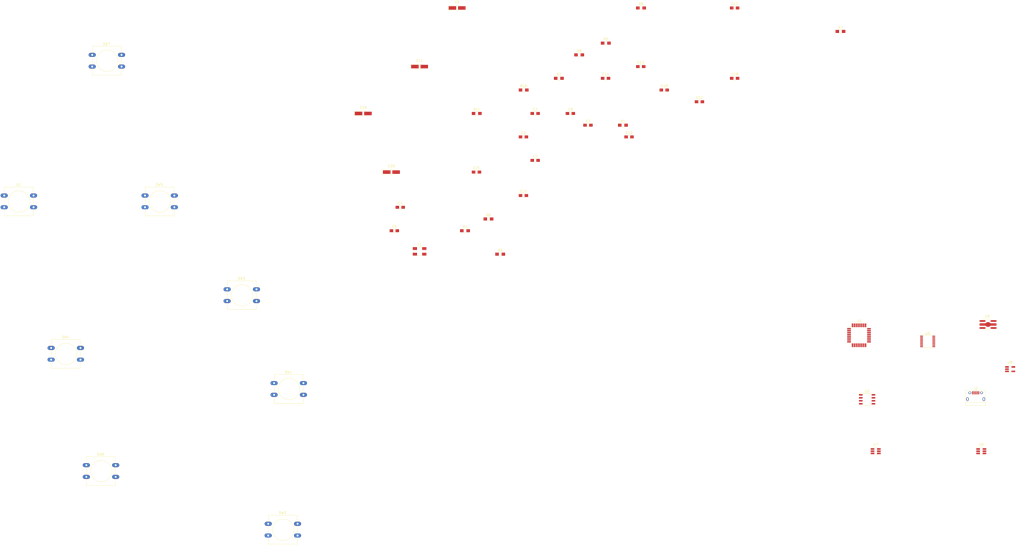
<source format=kicad_pcb>
(kicad_pcb (version 4) (host pcbnew 4.0.7)

  (general
    (links 142)
    (no_connects 130)
    (area 0 0 0 0)
    (thickness 1.6)
    (drawings 0)
    (tracks 0)
    (zones 0)
    (modules 48)
    (nets 48)
  )

  (page A4)
  (layers
    (0 F.Cu signal)
    (31 B.Cu signal)
    (32 B.Adhes user)
    (33 F.Adhes user)
    (34 B.Paste user)
    (35 F.Paste user)
    (36 B.SilkS user)
    (37 F.SilkS user)
    (38 B.Mask user)
    (39 F.Mask user)
    (40 Dwgs.User user)
    (41 Cmts.User user)
    (42 Eco1.User user)
    (43 Eco2.User user)
    (44 Edge.Cuts user)
    (45 Margin user)
    (46 B.CrtYd user)
    (47 F.CrtYd user)
    (48 B.Fab user)
    (49 F.Fab user)
  )

  (setup
    (last_trace_width 0.25)
    (trace_clearance 0.2)
    (zone_clearance 0.508)
    (zone_45_only no)
    (trace_min 0.2)
    (segment_width 0.2)
    (edge_width 0.15)
    (via_size 0.6)
    (via_drill 0.4)
    (via_min_size 0.4)
    (via_min_drill 0.3)
    (uvia_size 0.3)
    (uvia_drill 0.1)
    (uvias_allowed no)
    (uvia_min_size 0.2)
    (uvia_min_drill 0.1)
    (pcb_text_width 0.3)
    (pcb_text_size 1.5 1.5)
    (mod_edge_width 0.15)
    (mod_text_size 1 1)
    (mod_text_width 0.15)
    (pad_size 1.524 1.524)
    (pad_drill 0.762)
    (pad_to_mask_clearance 0.2)
    (aux_axis_origin 0 0)
    (visible_elements 7FFFFFFF)
    (pcbplotparams
      (layerselection 0x00030_80000001)
      (usegerberextensions false)
      (excludeedgelayer true)
      (linewidth 0.100000)
      (plotframeref false)
      (viasonmask false)
      (mode 1)
      (useauxorigin false)
      (hpglpennumber 1)
      (hpglpenspeed 20)
      (hpglpendiameter 15)
      (hpglpenoverlay 2)
      (psnegative false)
      (psa4output false)
      (plotreference true)
      (plotvalue true)
      (plotinvisibletext false)
      (padsonsilk false)
      (subtractmaskfromsilk false)
      (outputformat 1)
      (mirror false)
      (drillshape 1)
      (scaleselection 1)
      (outputdirectory ""))
  )

  (net 0 "")
  (net 1 /USB_Serial/USB_5V)
  (net 2 /USB_Serial/USB_D-)
  (net 3 /USB_Serial/USB_D+)
  (net 4 "Net-(J2-Pad4)")
  (net 5 GND)
  (net 6 "Net-(C8-Pad1)")
  (net 7 /FRAM_CS)
  (net 8 /MISO)
  (net 9 3V3_LP)
  (net 10 /MOSI)
  (net 11 /SCK)
  (net 12 /BTN_PWR)
  (net 13 /BTN_UP)
  (net 14 "Net-(C4-Pad1)")
  (net 15 /BTN_RIGHT)
  (net 16 /BTN_MID)
  (net 17 /3V3_EN)
  (net 18 "Net-(R3-Pad1)")
  (net 19 /RADIO_CS)
  (net 20 "Net-(U3-Pad19)")
  (net 21 "Net-(U3-Pad22)")
  (net 22 /BATT_VOLT)
  (net 23 /BTN_BACK)
  (net 24 /BTN_LEFT)
  (net 25 /BTN_DWN)
  (net 26 /SDA)
  (net 27 /SCL)
  (net 28 /UC_RESET)
  (net 29 /UC_RX)
  (net 30 /UC_TX)
  (net 31 /DIO0)
  (net 32 /USB_Serial/TX_OUT)
  (net 33 "Net-(C12-Pad2)")
  (net 34 /USB_Serial/UART_3V3)
  (net 35 /USB_Serial/RX_IN)
  (net 36 "Net-(U5-Pad6)")
  (net 37 "Net-(U5-Pad7)")
  (net 38 "Net-(U5-Pad14)")
  (net 39 "Net-(U5-Pad15)")
  (net 40 "Net-(U5-Pad16)")
  (net 41 +BATT)
  (net 42 "Net-(U8-Pad4)")
  (net 43 "Net-(U8-Pad5)")
  (net 44 3V3_HP)
  (net 45 "Net-(U9-Pad3)")
  (net 46 "Net-(D1-Pad2)")
  (net 47 "Net-(C5-Pad1)")

  (net_class Default "This is the default net class."
    (clearance 0.2)
    (trace_width 0.25)
    (via_dia 0.6)
    (via_drill 0.4)
    (uvia_dia 0.3)
    (uvia_drill 0.1)
    (add_net +BATT)
    (add_net /3V3_EN)
    (add_net /BATT_VOLT)
    (add_net /BTN_BACK)
    (add_net /BTN_DWN)
    (add_net /BTN_LEFT)
    (add_net /BTN_MID)
    (add_net /BTN_PWR)
    (add_net /BTN_RIGHT)
    (add_net /BTN_UP)
    (add_net /DIO0)
    (add_net /FRAM_CS)
    (add_net /MISO)
    (add_net /MOSI)
    (add_net /RADIO_CS)
    (add_net /SCK)
    (add_net /SCL)
    (add_net /SDA)
    (add_net /UC_RESET)
    (add_net /UC_RX)
    (add_net /UC_TX)
    (add_net /USB_Serial/RX_IN)
    (add_net /USB_Serial/TX_OUT)
    (add_net /USB_Serial/UART_3V3)
    (add_net /USB_Serial/USB_5V)
    (add_net /USB_Serial/USB_D+)
    (add_net /USB_Serial/USB_D-)
    (add_net 3V3_HP)
    (add_net 3V3_LP)
    (add_net GND)
    (add_net "Net-(C12-Pad2)")
    (add_net "Net-(C4-Pad1)")
    (add_net "Net-(C5-Pad1)")
    (add_net "Net-(C8-Pad1)")
    (add_net "Net-(D1-Pad2)")
    (add_net "Net-(J2-Pad4)")
    (add_net "Net-(R3-Pad1)")
    (add_net "Net-(U3-Pad19)")
    (add_net "Net-(U3-Pad22)")
    (add_net "Net-(U5-Pad14)")
    (add_net "Net-(U5-Pad15)")
    (add_net "Net-(U5-Pad16)")
    (add_net "Net-(U5-Pad6)")
    (add_net "Net-(U5-Pad7)")
    (add_net "Net-(U8-Pad4)")
    (add_net "Net-(U8-Pad5)")
    (add_net "Net-(U9-Pad3)")
  )

  (module Connectors:USB_Micro-B (layer F.Cu) (tedit 5543E447) (tstamp 5B54E932)
    (at 168.95 105.49)
    (descr "Micro USB Type B Receptacle")
    (tags "USB USB_B USB_micro USB_OTG")
    (path /5B4ECC68/5B4ED6CC)
    (attr smd)
    (fp_text reference J2 (at 0 -3.24) (layer F.SilkS)
      (effects (font (size 1 1) (thickness 0.15)))
    )
    (fp_text value USB_OTG (at 0 5.01) (layer F.Fab)
      (effects (font (size 1 1) (thickness 0.15)))
    )
    (fp_line (start -4.6 -2.59) (end 4.6 -2.59) (layer F.CrtYd) (width 0.05))
    (fp_line (start 4.6 -2.59) (end 4.6 4.26) (layer F.CrtYd) (width 0.05))
    (fp_line (start 4.6 4.26) (end -4.6 4.26) (layer F.CrtYd) (width 0.05))
    (fp_line (start -4.6 4.26) (end -4.6 -2.59) (layer F.CrtYd) (width 0.05))
    (fp_line (start -4.35 4.03) (end 4.35 4.03) (layer F.SilkS) (width 0.12))
    (fp_line (start -4.35 -2.38) (end 4.35 -2.38) (layer F.SilkS) (width 0.12))
    (fp_line (start 4.35 -2.38) (end 4.35 4.03) (layer F.SilkS) (width 0.12))
    (fp_line (start 4.35 2.8) (end -4.35 2.8) (layer F.SilkS) (width 0.12))
    (fp_line (start -4.35 4.03) (end -4.35 -2.38) (layer F.SilkS) (width 0.12))
    (pad 1 smd rect (at -1.3 -1.35 90) (size 1.35 0.4) (layers F.Cu F.Paste F.Mask)
      (net 1 /USB_Serial/USB_5V))
    (pad 2 smd rect (at -0.65 -1.35 90) (size 1.35 0.4) (layers F.Cu F.Paste F.Mask)
      (net 2 /USB_Serial/USB_D-))
    (pad 3 smd rect (at 0 -1.35 90) (size 1.35 0.4) (layers F.Cu F.Paste F.Mask)
      (net 3 /USB_Serial/USB_D+))
    (pad 4 smd rect (at 0.65 -1.35 90) (size 1.35 0.4) (layers F.Cu F.Paste F.Mask)
      (net 4 "Net-(J2-Pad4)"))
    (pad 5 smd rect (at 1.3 -1.35 90) (size 1.35 0.4) (layers F.Cu F.Paste F.Mask)
      (net 5 GND))
    (pad 6 thru_hole oval (at -2.5 -1.35 90) (size 0.95 1.25) (drill oval 0.55 0.85) (layers *.Cu *.Mask)
      (net 6 "Net-(C8-Pad1)"))
    (pad 6 thru_hole oval (at 2.5 -1.35 90) (size 0.95 1.25) (drill oval 0.55 0.85) (layers *.Cu *.Mask)
      (net 6 "Net-(C8-Pad1)"))
    (pad 6 thru_hole oval (at -3.5 1.35 90) (size 1.55 1) (drill oval 1.15 0.5) (layers *.Cu *.Mask)
      (net 6 "Net-(C8-Pad1)"))
    (pad 6 thru_hole oval (at 3.5 1.35 90) (size 1.55 1) (drill oval 1.15 0.5) (layers *.Cu *.Mask)
      (net 6 "Net-(C8-Pad1)"))
  )

  (module Housings_SOIC:SOIC-8_3.9x4.9mm_Pitch1.27mm (layer F.Cu) (tedit 58CD0CDA) (tstamp 5B54E93E)
    (at 122.7 106.905)
    (descr "8-Lead Plastic Small Outline (SN) - Narrow, 3.90 mm Body [SOIC] (see Microchip Packaging Specification 00000049BS.pdf)")
    (tags "SOIC 1.27")
    (path /5B4849EF)
    (attr smd)
    (fp_text reference U2 (at 0 -3.5) (layer F.SilkS)
      (effects (font (size 1 1) (thickness 0.15)))
    )
    (fp_text value MB85RS64V (at 0 3.5) (layer F.Fab)
      (effects (font (size 1 1) (thickness 0.15)))
    )
    (fp_text user %R (at 0 0) (layer F.Fab)
      (effects (font (size 1 1) (thickness 0.15)))
    )
    (fp_line (start -0.95 -2.45) (end 1.95 -2.45) (layer F.Fab) (width 0.1))
    (fp_line (start 1.95 -2.45) (end 1.95 2.45) (layer F.Fab) (width 0.1))
    (fp_line (start 1.95 2.45) (end -1.95 2.45) (layer F.Fab) (width 0.1))
    (fp_line (start -1.95 2.45) (end -1.95 -1.45) (layer F.Fab) (width 0.1))
    (fp_line (start -1.95 -1.45) (end -0.95 -2.45) (layer F.Fab) (width 0.1))
    (fp_line (start -3.73 -2.7) (end -3.73 2.7) (layer F.CrtYd) (width 0.05))
    (fp_line (start 3.73 -2.7) (end 3.73 2.7) (layer F.CrtYd) (width 0.05))
    (fp_line (start -3.73 -2.7) (end 3.73 -2.7) (layer F.CrtYd) (width 0.05))
    (fp_line (start -3.73 2.7) (end 3.73 2.7) (layer F.CrtYd) (width 0.05))
    (fp_line (start -2.075 -2.575) (end -2.075 -2.525) (layer F.SilkS) (width 0.15))
    (fp_line (start 2.075 -2.575) (end 2.075 -2.43) (layer F.SilkS) (width 0.15))
    (fp_line (start 2.075 2.575) (end 2.075 2.43) (layer F.SilkS) (width 0.15))
    (fp_line (start -2.075 2.575) (end -2.075 2.43) (layer F.SilkS) (width 0.15))
    (fp_line (start -2.075 -2.575) (end 2.075 -2.575) (layer F.SilkS) (width 0.15))
    (fp_line (start -2.075 2.575) (end 2.075 2.575) (layer F.SilkS) (width 0.15))
    (fp_line (start -2.075 -2.525) (end -3.475 -2.525) (layer F.SilkS) (width 0.15))
    (pad 1 smd rect (at -2.7 -1.905) (size 1.55 0.6) (layers F.Cu F.Paste F.Mask)
      (net 7 /FRAM_CS))
    (pad 2 smd rect (at -2.7 -0.635) (size 1.55 0.6) (layers F.Cu F.Paste F.Mask)
      (net 8 /MISO))
    (pad 3 smd rect (at -2.7 0.635) (size 1.55 0.6) (layers F.Cu F.Paste F.Mask)
      (net 9 3V3_LP))
    (pad 4 smd rect (at -2.7 1.905) (size 1.55 0.6) (layers F.Cu F.Paste F.Mask)
      (net 5 GND))
    (pad 5 smd rect (at 2.7 1.905) (size 1.55 0.6) (layers F.Cu F.Paste F.Mask)
      (net 10 /MOSI))
    (pad 6 smd rect (at 2.7 0.635) (size 1.55 0.6) (layers F.Cu F.Paste F.Mask)
      (net 11 /SCK))
    (pad 7 smd rect (at 2.7 -0.635) (size 1.55 0.6) (layers F.Cu F.Paste F.Mask)
      (net 9 3V3_LP))
    (pad 8 smd rect (at 2.7 -1.905) (size 1.55 0.6) (layers F.Cu F.Paste F.Mask)
      (net 9 3V3_LP))
    (model ${KISYS3DMOD}/Housings_SOIC.3dshapes/SOIC-8_3.9x4.9mm_Pitch1.27mm.wrl
      (at (xyz 0 0 0))
      (scale (xyz 1 1 1))
      (rotate (xyz 0 0 0))
    )
  )

  (module Housings_QFP:TQFP-32_7x7mm_Pitch0.8mm (layer F.Cu) (tedit 58CC9A48) (tstamp 5B54E962)
    (at 119.25 79.6)
    (descr "32-Lead Plastic Thin Quad Flatpack (PT) - 7x7x1.0 mm Body, 2.00 mm [TQFP] (see Microchip Packaging Specification 00000049BS.pdf)")
    (tags "QFP 0.8")
    (path /5B45ACA4)
    (attr smd)
    (fp_text reference U3 (at 0 -6.05) (layer F.SilkS)
      (effects (font (size 1 1) (thickness 0.15)))
    )
    (fp_text value ATMEGA328P-AU (at 0 6.05) (layer F.Fab)
      (effects (font (size 1 1) (thickness 0.15)))
    )
    (fp_text user %R (at 0 0) (layer F.Fab)
      (effects (font (size 1 1) (thickness 0.15)))
    )
    (fp_line (start -2.5 -3.5) (end 3.5 -3.5) (layer F.Fab) (width 0.15))
    (fp_line (start 3.5 -3.5) (end 3.5 3.5) (layer F.Fab) (width 0.15))
    (fp_line (start 3.5 3.5) (end -3.5 3.5) (layer F.Fab) (width 0.15))
    (fp_line (start -3.5 3.5) (end -3.5 -2.5) (layer F.Fab) (width 0.15))
    (fp_line (start -3.5 -2.5) (end -2.5 -3.5) (layer F.Fab) (width 0.15))
    (fp_line (start -5.3 -5.3) (end -5.3 5.3) (layer F.CrtYd) (width 0.05))
    (fp_line (start 5.3 -5.3) (end 5.3 5.3) (layer F.CrtYd) (width 0.05))
    (fp_line (start -5.3 -5.3) (end 5.3 -5.3) (layer F.CrtYd) (width 0.05))
    (fp_line (start -5.3 5.3) (end 5.3 5.3) (layer F.CrtYd) (width 0.05))
    (fp_line (start -3.625 -3.625) (end -3.625 -3.4) (layer F.SilkS) (width 0.15))
    (fp_line (start 3.625 -3.625) (end 3.625 -3.3) (layer F.SilkS) (width 0.15))
    (fp_line (start 3.625 3.625) (end 3.625 3.3) (layer F.SilkS) (width 0.15))
    (fp_line (start -3.625 3.625) (end -3.625 3.3) (layer F.SilkS) (width 0.15))
    (fp_line (start -3.625 -3.625) (end -3.3 -3.625) (layer F.SilkS) (width 0.15))
    (fp_line (start -3.625 3.625) (end -3.3 3.625) (layer F.SilkS) (width 0.15))
    (fp_line (start 3.625 3.625) (end 3.3 3.625) (layer F.SilkS) (width 0.15))
    (fp_line (start 3.625 -3.625) (end 3.3 -3.625) (layer F.SilkS) (width 0.15))
    (fp_line (start -3.625 -3.4) (end -5.05 -3.4) (layer F.SilkS) (width 0.15))
    (pad 1 smd rect (at -4.25 -2.8) (size 1.6 0.55) (layers F.Cu F.Paste F.Mask)
      (net 12 /BTN_PWR))
    (pad 2 smd rect (at -4.25 -2) (size 1.6 0.55) (layers F.Cu F.Paste F.Mask)
      (net 13 /BTN_UP))
    (pad 3 smd rect (at -4.25 -1.2) (size 1.6 0.55) (layers F.Cu F.Paste F.Mask)
      (net 5 GND))
    (pad 4 smd rect (at -4.25 -0.4) (size 1.6 0.55) (layers F.Cu F.Paste F.Mask)
      (net 9 3V3_LP))
    (pad 5 smd rect (at -4.25 0.4) (size 1.6 0.55) (layers F.Cu F.Paste F.Mask)
      (net 5 GND))
    (pad 6 smd rect (at -4.25 1.2) (size 1.6 0.55) (layers F.Cu F.Paste F.Mask)
      (net 9 3V3_LP))
    (pad 7 smd rect (at -4.25 2) (size 1.6 0.55) (layers F.Cu F.Paste F.Mask)
      (net 14 "Net-(C4-Pad1)"))
    (pad 8 smd rect (at -4.25 2.8) (size 1.6 0.55) (layers F.Cu F.Paste F.Mask)
      (net 47 "Net-(C5-Pad1)"))
    (pad 9 smd rect (at -2.8 4.25 90) (size 1.6 0.55) (layers F.Cu F.Paste F.Mask)
      (net 15 /BTN_RIGHT))
    (pad 10 smd rect (at -2 4.25 90) (size 1.6 0.55) (layers F.Cu F.Paste F.Mask)
      (net 16 /BTN_MID))
    (pad 11 smd rect (at -1.2 4.25 90) (size 1.6 0.55) (layers F.Cu F.Paste F.Mask)
      (net 7 /FRAM_CS))
    (pad 12 smd rect (at -0.4 4.25 90) (size 1.6 0.55) (layers F.Cu F.Paste F.Mask)
      (net 17 /3V3_EN))
    (pad 13 smd rect (at 0.4 4.25 90) (size 1.6 0.55) (layers F.Cu F.Paste F.Mask)
      (net 18 "Net-(R3-Pad1)"))
    (pad 14 smd rect (at 1.2 4.25 90) (size 1.6 0.55) (layers F.Cu F.Paste F.Mask)
      (net 19 /RADIO_CS))
    (pad 15 smd rect (at 2 4.25 90) (size 1.6 0.55) (layers F.Cu F.Paste F.Mask)
      (net 10 /MOSI))
    (pad 16 smd rect (at 2.8 4.25 90) (size 1.6 0.55) (layers F.Cu F.Paste F.Mask)
      (net 8 /MISO))
    (pad 17 smd rect (at 4.25 2.8) (size 1.6 0.55) (layers F.Cu F.Paste F.Mask)
      (net 11 /SCK))
    (pad 18 smd rect (at 4.25 2) (size 1.6 0.55) (layers F.Cu F.Paste F.Mask)
      (net 9 3V3_LP))
    (pad 19 smd rect (at 4.25 1.2) (size 1.6 0.55) (layers F.Cu F.Paste F.Mask)
      (net 20 "Net-(U3-Pad19)"))
    (pad 20 smd rect (at 4.25 0.4) (size 1.6 0.55) (layers F.Cu F.Paste F.Mask)
      (net 9 3V3_LP))
    (pad 21 smd rect (at 4.25 -0.4) (size 1.6 0.55) (layers F.Cu F.Paste F.Mask)
      (net 5 GND))
    (pad 22 smd rect (at 4.25 -1.2) (size 1.6 0.55) (layers F.Cu F.Paste F.Mask)
      (net 21 "Net-(U3-Pad22)"))
    (pad 23 smd rect (at 4.25 -2) (size 1.6 0.55) (layers F.Cu F.Paste F.Mask)
      (net 22 /BATT_VOLT))
    (pad 24 smd rect (at 4.25 -2.8) (size 1.6 0.55) (layers F.Cu F.Paste F.Mask)
      (net 23 /BTN_BACK))
    (pad 25 smd rect (at 2.8 -4.25 90) (size 1.6 0.55) (layers F.Cu F.Paste F.Mask)
      (net 24 /BTN_LEFT))
    (pad 26 smd rect (at 2 -4.25 90) (size 1.6 0.55) (layers F.Cu F.Paste F.Mask)
      (net 25 /BTN_DWN))
    (pad 27 smd rect (at 1.2 -4.25 90) (size 1.6 0.55) (layers F.Cu F.Paste F.Mask)
      (net 26 /SDA))
    (pad 28 smd rect (at 0.4 -4.25 90) (size 1.6 0.55) (layers F.Cu F.Paste F.Mask)
      (net 27 /SCL))
    (pad 29 smd rect (at -0.4 -4.25 90) (size 1.6 0.55) (layers F.Cu F.Paste F.Mask)
      (net 28 /UC_RESET))
    (pad 30 smd rect (at -1.2 -4.25 90) (size 1.6 0.55) (layers F.Cu F.Paste F.Mask)
      (net 29 /UC_RX))
    (pad 31 smd rect (at -2 -4.25 90) (size 1.6 0.55) (layers F.Cu F.Paste F.Mask)
      (net 30 /UC_TX))
    (pad 32 smd rect (at -2.8 -4.25 90) (size 1.6 0.55) (layers F.Cu F.Paste F.Mask)
      (net 31 /DIO0))
    (model ${KISYS3DMOD}/Housings_QFP.3dshapes/TQFP-32_7x7mm_Pitch0.8mm.wrl
      (at (xyz 0 0 0))
      (scale (xyz 1 1 1))
      (rotate (xyz 0 0 0))
    )
  )

  (module Housings_SSOP:SSOP-16_3.9x4.9mm_Pitch0.635mm (layer F.Cu) (tedit 54130A77) (tstamp 5B54E976)
    (at 148.5011 82.2225)
    (descr "SSOP16: plastic shrink small outline package; 16 leads; body width 3.9 mm; lead pitch 0.635; (see NXP SSOP-TSSOP-VSO-REFLOW.pdf and sot519-1_po.pdf)")
    (tags "SSOP 0.635")
    (path /5B4ECC68/5B4ED1F6)
    (attr smd)
    (fp_text reference U5 (at 0 -3.5) (layer F.SilkS)
      (effects (font (size 1 1) (thickness 0.15)))
    )
    (fp_text value FT230X (at 0 3.5) (layer F.Fab)
      (effects (font (size 1 1) (thickness 0.15)))
    )
    (fp_line (start -0.95 -2.45) (end 1.95 -2.45) (layer F.Fab) (width 0.15))
    (fp_line (start 1.95 -2.45) (end 1.95 2.45) (layer F.Fab) (width 0.15))
    (fp_line (start 1.95 2.45) (end -1.95 2.45) (layer F.Fab) (width 0.15))
    (fp_line (start -1.95 2.45) (end -1.95 -1.45) (layer F.Fab) (width 0.15))
    (fp_line (start -1.95 -1.45) (end -0.95 -2.45) (layer F.Fab) (width 0.15))
    (fp_line (start -3.45 -2.85) (end -3.45 2.8) (layer F.CrtYd) (width 0.05))
    (fp_line (start 3.45 -2.85) (end 3.45 2.8) (layer F.CrtYd) (width 0.05))
    (fp_line (start -3.45 -2.85) (end 3.45 -2.85) (layer F.CrtYd) (width 0.05))
    (fp_line (start -3.45 2.8) (end 3.45 2.8) (layer F.CrtYd) (width 0.05))
    (fp_line (start -2 2.675) (end 2 2.675) (layer F.SilkS) (width 0.15))
    (fp_line (start -3.275 -2.725) (end 2 -2.725) (layer F.SilkS) (width 0.15))
    (fp_text user %R (at 0 0) (layer F.Fab)
      (effects (font (size 0.8 0.8) (thickness 0.15)))
    )
    (pad 1 smd rect (at -2.6 -2.2225) (size 1.2 0.4) (layers F.Cu F.Paste F.Mask)
      (net 32 /USB_Serial/TX_OUT))
    (pad 2 smd rect (at -2.6 -1.5875) (size 1.2 0.4) (layers F.Cu F.Paste F.Mask)
      (net 33 "Net-(C12-Pad2)"))
    (pad 3 smd rect (at -2.6 -0.9525) (size 1.2 0.4) (layers F.Cu F.Paste F.Mask)
      (net 34 /USB_Serial/UART_3V3))
    (pad 4 smd rect (at -2.6 -0.3175) (size 1.2 0.4) (layers F.Cu F.Paste F.Mask)
      (net 35 /USB_Serial/RX_IN))
    (pad 5 smd rect (at -2.6 0.3175) (size 1.2 0.4) (layers F.Cu F.Paste F.Mask)
      (net 5 GND))
    (pad 6 smd rect (at -2.6 0.9525) (size 1.2 0.4) (layers F.Cu F.Paste F.Mask)
      (net 36 "Net-(U5-Pad6)"))
    (pad 7 smd rect (at -2.6 1.5875) (size 1.2 0.4) (layers F.Cu F.Paste F.Mask)
      (net 37 "Net-(U5-Pad7)"))
    (pad 8 smd rect (at -2.6 2.2225) (size 1.2 0.4) (layers F.Cu F.Paste F.Mask)
      (net 3 /USB_Serial/USB_D+))
    (pad 9 smd rect (at 2.6 2.2225) (size 1.2 0.4) (layers F.Cu F.Paste F.Mask)
      (net 2 /USB_Serial/USB_D-))
    (pad 10 smd rect (at 2.6 1.5875) (size 1.2 0.4) (layers F.Cu F.Paste F.Mask)
      (net 34 /USB_Serial/UART_3V3))
    (pad 11 smd rect (at 2.6 0.9525) (size 1.2 0.4) (layers F.Cu F.Paste F.Mask)
      (net 34 /USB_Serial/UART_3V3))
    (pad 12 smd rect (at 2.6 0.3175) (size 1.2 0.4) (layers F.Cu F.Paste F.Mask)
      (net 1 /USB_Serial/USB_5V))
    (pad 13 smd rect (at 2.6 -0.3175) (size 1.2 0.4) (layers F.Cu F.Paste F.Mask)
      (net 5 GND))
    (pad 14 smd rect (at 2.6 -0.9525) (size 1.2 0.4) (layers F.Cu F.Paste F.Mask)
      (net 38 "Net-(U5-Pad14)"))
    (pad 15 smd rect (at 2.6 -1.5875) (size 1.2 0.4) (layers F.Cu F.Paste F.Mask)
      (net 39 "Net-(U5-Pad15)"))
    (pad 16 smd rect (at 2.6 -2.2225) (size 1.2 0.4) (layers F.Cu F.Paste F.Mask)
      (net 40 "Net-(U5-Pad16)"))
    (model ${KISYS3DMOD}/Housings_SSOP.3dshapes/SSOP-16_3.9x4.9mm_Pitch0.635mm.wrl
      (at (xyz 0 0 0))
      (scale (xyz 1 1 1))
      (rotate (xyz 0 0 0))
    )
  )

  (module TO_SOT_Packages_SMD:SOT-23-6_Handsoldering (layer F.Cu) (tedit 58CE4E7E) (tstamp 5B54E980)
    (at 171.35 129.05)
    (descr "6-pin SOT-23 package, Handsoldering")
    (tags "SOT-23-6 Handsoldering")
    (path /5B4ECC68/5B4EEADB)
    (attr smd)
    (fp_text reference U6 (at 0 -2.9) (layer F.SilkS)
      (effects (font (size 1 1) (thickness 0.15)))
    )
    (fp_text value SN74LVC1T45DBVR (at 0 2.9) (layer F.Fab)
      (effects (font (size 1 1) (thickness 0.15)))
    )
    (fp_text user %R (at 0 0 90) (layer F.Fab)
      (effects (font (size 0.5 0.5) (thickness 0.075)))
    )
    (fp_line (start -0.9 1.61) (end 0.9 1.61) (layer F.SilkS) (width 0.12))
    (fp_line (start 0.9 -1.61) (end -2.05 -1.61) (layer F.SilkS) (width 0.12))
    (fp_line (start -2.4 1.8) (end -2.4 -1.8) (layer F.CrtYd) (width 0.05))
    (fp_line (start 2.4 1.8) (end -2.4 1.8) (layer F.CrtYd) (width 0.05))
    (fp_line (start 2.4 -1.8) (end 2.4 1.8) (layer F.CrtYd) (width 0.05))
    (fp_line (start -2.4 -1.8) (end 2.4 -1.8) (layer F.CrtYd) (width 0.05))
    (fp_line (start -0.9 -0.9) (end -0.25 -1.55) (layer F.Fab) (width 0.1))
    (fp_line (start 0.9 -1.55) (end -0.25 -1.55) (layer F.Fab) (width 0.1))
    (fp_line (start -0.9 -0.9) (end -0.9 1.55) (layer F.Fab) (width 0.1))
    (fp_line (start 0.9 1.55) (end -0.9 1.55) (layer F.Fab) (width 0.1))
    (fp_line (start 0.9 -1.55) (end 0.9 1.55) (layer F.Fab) (width 0.1))
    (pad 1 smd rect (at -1.35 -0.95) (size 1.56 0.65) (layers F.Cu F.Paste F.Mask)
      (net 34 /USB_Serial/UART_3V3))
    (pad 2 smd rect (at -1.35 0) (size 1.56 0.65) (layers F.Cu F.Paste F.Mask)
      (net 5 GND))
    (pad 3 smd rect (at -1.35 0.95) (size 1.56 0.65) (layers F.Cu F.Paste F.Mask)
      (net 35 /USB_Serial/RX_IN))
    (pad 4 smd rect (at 1.35 0.95) (size 1.56 0.65) (layers F.Cu F.Paste F.Mask)
      (net 30 /UC_TX))
    (pad 6 smd rect (at 1.35 -0.95) (size 1.56 0.65) (layers F.Cu F.Paste F.Mask)
      (net 9 3V3_LP))
    (pad 5 smd rect (at 1.35 0) (size 1.56 0.65) (layers F.Cu F.Paste F.Mask)
      (net 5 GND))
    (model ${KISYS3DMOD}/TO_SOT_Packages_SMD.3dshapes/SOT-23-6.wrl
      (at (xyz 0 0 0))
      (scale (xyz 1 1 1))
      (rotate (xyz 0 0 0))
    )
  )

  (module TO_SOT_Packages_SMD:SOT-23-6_Handsoldering (layer F.Cu) (tedit 58CE4E7E) (tstamp 5B54E98A)
    (at 126.35 129.05)
    (descr "6-pin SOT-23 package, Handsoldering")
    (tags "SOT-23-6 Handsoldering")
    (path /5B4ECC68/5B4EF736)
    (attr smd)
    (fp_text reference U7 (at 0 -2.9) (layer F.SilkS)
      (effects (font (size 1 1) (thickness 0.15)))
    )
    (fp_text value SN74LVC1T45DBVR (at 0 2.9) (layer F.Fab)
      (effects (font (size 1 1) (thickness 0.15)))
    )
    (fp_text user %R (at 0 0 90) (layer F.Fab)
      (effects (font (size 0.5 0.5) (thickness 0.075)))
    )
    (fp_line (start -0.9 1.61) (end 0.9 1.61) (layer F.SilkS) (width 0.12))
    (fp_line (start 0.9 -1.61) (end -2.05 -1.61) (layer F.SilkS) (width 0.12))
    (fp_line (start -2.4 1.8) (end -2.4 -1.8) (layer F.CrtYd) (width 0.05))
    (fp_line (start 2.4 1.8) (end -2.4 1.8) (layer F.CrtYd) (width 0.05))
    (fp_line (start 2.4 -1.8) (end 2.4 1.8) (layer F.CrtYd) (width 0.05))
    (fp_line (start -2.4 -1.8) (end 2.4 -1.8) (layer F.CrtYd) (width 0.05))
    (fp_line (start -0.9 -0.9) (end -0.25 -1.55) (layer F.Fab) (width 0.1))
    (fp_line (start 0.9 -1.55) (end -0.25 -1.55) (layer F.Fab) (width 0.1))
    (fp_line (start -0.9 -0.9) (end -0.9 1.55) (layer F.Fab) (width 0.1))
    (fp_line (start 0.9 1.55) (end -0.9 1.55) (layer F.Fab) (width 0.1))
    (fp_line (start 0.9 -1.55) (end 0.9 1.55) (layer F.Fab) (width 0.1))
    (pad 1 smd rect (at -1.35 -0.95) (size 1.56 0.65) (layers F.Cu F.Paste F.Mask)
      (net 34 /USB_Serial/UART_3V3))
    (pad 2 smd rect (at -1.35 0) (size 1.56 0.65) (layers F.Cu F.Paste F.Mask)
      (net 5 GND))
    (pad 3 smd rect (at -1.35 0.95) (size 1.56 0.65) (layers F.Cu F.Paste F.Mask)
      (net 29 /UC_RX))
    (pad 4 smd rect (at 1.35 0.95) (size 1.56 0.65) (layers F.Cu F.Paste F.Mask)
      (net 32 /USB_Serial/TX_OUT))
    (pad 6 smd rect (at 1.35 -0.95) (size 1.56 0.65) (layers F.Cu F.Paste F.Mask)
      (net 9 3V3_LP))
    (pad 5 smd rect (at 1.35 0) (size 1.56 0.65) (layers F.Cu F.Paste F.Mask)
      (net 5 GND))
    (model ${KISYS3DMOD}/TO_SOT_Packages_SMD.3dshapes/SOT-23-6.wrl
      (at (xyz 0 0 0))
      (scale (xyz 1 1 1))
      (rotate (xyz 0 0 0))
    )
  )

  (module TO_SOT_Packages_SMD:SOT-23-5_HandSoldering (layer F.Cu) (tedit 58CE4E7E) (tstamp 5B54E993)
    (at 183.65 94.05)
    (descr "5-pin SOT23 package")
    (tags "SOT-23-5 hand-soldering")
    (path /5B54CE3F/5B54D602)
    (attr smd)
    (fp_text reference U8 (at 0 -2.9) (layer F.SilkS)
      (effects (font (size 1 1) (thickness 0.15)))
    )
    (fp_text value MC78LC33NTRG (at 0 2.9) (layer F.Fab)
      (effects (font (size 1 1) (thickness 0.15)))
    )
    (fp_text user %R (at 0 0 90) (layer F.Fab)
      (effects (font (size 0.5 0.5) (thickness 0.075)))
    )
    (fp_line (start -0.9 1.61) (end 0.9 1.61) (layer F.SilkS) (width 0.12))
    (fp_line (start 0.9 -1.61) (end -1.55 -1.61) (layer F.SilkS) (width 0.12))
    (fp_line (start -0.9 -0.9) (end -0.25 -1.55) (layer F.Fab) (width 0.1))
    (fp_line (start 0.9 -1.55) (end -0.25 -1.55) (layer F.Fab) (width 0.1))
    (fp_line (start -0.9 -0.9) (end -0.9 1.55) (layer F.Fab) (width 0.1))
    (fp_line (start 0.9 1.55) (end -0.9 1.55) (layer F.Fab) (width 0.1))
    (fp_line (start 0.9 -1.55) (end 0.9 1.55) (layer F.Fab) (width 0.1))
    (fp_line (start -2.38 -1.8) (end 2.38 -1.8) (layer F.CrtYd) (width 0.05))
    (fp_line (start -2.38 -1.8) (end -2.38 1.8) (layer F.CrtYd) (width 0.05))
    (fp_line (start 2.38 1.8) (end 2.38 -1.8) (layer F.CrtYd) (width 0.05))
    (fp_line (start 2.38 1.8) (end -2.38 1.8) (layer F.CrtYd) (width 0.05))
    (pad 1 smd rect (at -1.35 -0.95) (size 1.56 0.65) (layers F.Cu F.Paste F.Mask)
      (net 5 GND))
    (pad 2 smd rect (at -1.35 0) (size 1.56 0.65) (layers F.Cu F.Paste F.Mask)
      (net 41 +BATT))
    (pad 3 smd rect (at -1.35 0.95) (size 1.56 0.65) (layers F.Cu F.Paste F.Mask)
      (net 9 3V3_LP))
    (pad 4 smd rect (at 1.35 0.95) (size 1.56 0.65) (layers F.Cu F.Paste F.Mask)
      (net 42 "Net-(U8-Pad4)"))
    (pad 5 smd rect (at 1.35 -0.95) (size 1.56 0.65) (layers F.Cu F.Paste F.Mask)
      (net 43 "Net-(U8-Pad5)"))
    (model ${KISYS3DMOD}/TO_SOT_Packages_SMD.3dshapes\SOT-23-5.wrl
      (at (xyz 0 0 0))
      (scale (xyz 1 1 1))
      (rotate (xyz 0 0 0))
    )
  )

  (module TO_SOT_Packages_SMD:SOT-89-5_Housing_Handsoldering (layer F.Cu) (tedit 58CE4E7F) (tstamp 5B54E9A0)
    (at 174.22 75)
    (descr "SOT89-5, Housing,http://www.e-devices.ricoh.co.jp/en/products/product_power/pkg/sot-89-5.pdf")
    (tags "SOT89-5 Housing ")
    (path /5B54CE3F/5B54D374)
    (attr smd)
    (fp_text reference U9 (at -0.28 -3.52) (layer F.SilkS)
      (effects (font (size 1 1) (thickness 0.15)))
    )
    (fp_text value XC6227C331PR-G (at -0.28 3.33) (layer F.Fab)
      (effects (font (size 1 1) (thickness 0.15)))
    )
    (fp_text user %R (at 0 0 90) (layer F.Fab)
      (effects (font (size 0.6 0.6) (thickness 0.09)))
    )
    (fp_line (start -3.85 -2.55) (end 3.85 -2.55) (layer F.CrtYd) (width 0.05))
    (fp_line (start -3.85 2.55) (end 3.85 2.55) (layer F.CrtYd) (width 0.05))
    (fp_line (start 1.3 2.4) (end -1.3 2.4) (layer F.SilkS) (width 0.12))
    (fp_line (start -2.6 -2.4) (end 1.3 -2.4) (layer F.SilkS) (width 0.12))
    (fp_line (start -1.29 -1.51) (end -0.5 -2.3) (layer F.Fab) (width 0.1))
    (fp_line (start 1.31 -2.3) (end 1.31 2.3) (layer F.Fab) (width 0.1))
    (fp_line (start 1.31 2.3) (end -1.29 2.3) (layer F.Fab) (width 0.1))
    (fp_line (start -1.29 2.3) (end -1.29 -1.51) (layer F.Fab) (width 0.1))
    (fp_line (start -0.5 -2.3) (end 1.31 -2.3) (layer F.Fab) (width 0.1))
    (fp_line (start 3.85 -2.55) (end 3.85 2.55) (layer F.CrtYd) (width 0.05))
    (fp_line (start -3.85 2.55) (end -3.85 -2.55) (layer F.CrtYd) (width 0.05))
    (pad 2 smd trapezoid (at 0.78 0 270) (size 1.5 0.75) (rect_delta 0 0.5 ) (layers F.Cu F.Paste F.Mask)
      (net 5 GND))
    (pad 5 smd rect (at 2.35 -1.5 270) (size 0.7 2.5) (layers F.Cu F.Paste F.Mask)
      (net 44 3V3_HP))
    (pad 4 smd rect (at 2.35 1.5 270) (size 0.7 2.5) (layers F.Cu F.Paste F.Mask)
      (net 41 +BATT))
    (pad 1 smd rect (at -2.35 -1.5 270) (size 0.7 2.5) (layers F.Cu F.Paste F.Mask)
      (net 17 /3V3_EN))
    (pad 2 smd rect (at -2.35 0 270) (size 1 2.5) (layers F.Cu F.Paste F.Mask)
      (net 5 GND))
    (pad 3 smd rect (at -2.35 1.5 270) (size 0.7 2.5) (layers F.Cu F.Paste F.Mask)
      (net 45 "Net-(U9-Pad3)"))
    (pad 2 smd rect (at 2.35 0 270) (size 1 2.5) (layers F.Cu F.Paste F.Mask)
      (net 5 GND))
    (pad 2 smd trapezoid (at -0.78 0 90) (size 1.5 0.75) (rect_delta 0 0.5 ) (layers F.Cu F.Paste F.Mask)
      (net 5 GND))
    (pad 2 smd rect (at 0 0 270) (size 2 0.8) (layers F.Cu F.Paste F.Mask)
      (net 5 GND))
    (model ${KISYS3DMOD}/TO_SOT_Packages_SMD.3dshapes\SOT89-5_Housing_Handsoldering.wrl
      (at (xyz 0 0 0))
      (scale (xyz 0.39 0.39 0.39))
      (rotate (xyz 0 0 90))
    )
  )

  (module Capacitors_SMD:C_0805_HandSoldering (layer F.Cu) (tedit 58AA84A8) (tstamp 5B54EC98)
    (at 3.75 -10)
    (descr "Capacitor SMD 0805, hand soldering")
    (tags "capacitor 0805")
    (path /5B51B7C9)
    (attr smd)
    (fp_text reference C1 (at 0 -1.75) (layer F.SilkS)
      (effects (font (size 1 1) (thickness 0.15)))
    )
    (fp_text value 0.1uF (at 0 1.75) (layer F.Fab)
      (effects (font (size 1 1) (thickness 0.15)))
    )
    (fp_text user %R (at 0 -1.75) (layer F.Fab)
      (effects (font (size 1 1) (thickness 0.15)))
    )
    (fp_line (start -1 0.62) (end -1 -0.62) (layer F.Fab) (width 0.1))
    (fp_line (start 1 0.62) (end -1 0.62) (layer F.Fab) (width 0.1))
    (fp_line (start 1 -0.62) (end 1 0.62) (layer F.Fab) (width 0.1))
    (fp_line (start -1 -0.62) (end 1 -0.62) (layer F.Fab) (width 0.1))
    (fp_line (start 0.5 -0.85) (end -0.5 -0.85) (layer F.SilkS) (width 0.12))
    (fp_line (start -0.5 0.85) (end 0.5 0.85) (layer F.SilkS) (width 0.12))
    (fp_line (start -2.25 -0.88) (end 2.25 -0.88) (layer F.CrtYd) (width 0.05))
    (fp_line (start -2.25 -0.88) (end -2.25 0.87) (layer F.CrtYd) (width 0.05))
    (fp_line (start 2.25 0.87) (end 2.25 -0.88) (layer F.CrtYd) (width 0.05))
    (fp_line (start 2.25 0.87) (end -2.25 0.87) (layer F.CrtYd) (width 0.05))
    (pad 1 smd rect (at -1.25 0) (size 1.5 1.25) (layers F.Cu F.Paste F.Mask)
      (net 44 3V3_HP))
    (pad 2 smd rect (at 1.25 0) (size 1.5 1.25) (layers F.Cu F.Paste F.Mask)
      (net 5 GND))
    (model Capacitors_SMD.3dshapes/C_0805.wrl
      (at (xyz 0 0 0))
      (scale (xyz 1 1 1))
      (rotate (xyz 0 0 0))
    )
  )

  (module Capacitors_SMD:C_0805_HandSoldering (layer F.Cu) (tedit 58AA84A8) (tstamp 5B54EC9E)
    (at -18.75 -15)
    (descr "Capacitor SMD 0805, hand soldering")
    (tags "capacitor 0805")
    (path /5B4A3032)
    (attr smd)
    (fp_text reference C2 (at 0 -1.75) (layer F.SilkS)
      (effects (font (size 1 1) (thickness 0.15)))
    )
    (fp_text value 0.1uF (at 0 1.75) (layer F.Fab)
      (effects (font (size 1 1) (thickness 0.15)))
    )
    (fp_text user %R (at 0 -1.75) (layer F.Fab)
      (effects (font (size 1 1) (thickness 0.15)))
    )
    (fp_line (start -1 0.62) (end -1 -0.62) (layer F.Fab) (width 0.1))
    (fp_line (start 1 0.62) (end -1 0.62) (layer F.Fab) (width 0.1))
    (fp_line (start 1 -0.62) (end 1 0.62) (layer F.Fab) (width 0.1))
    (fp_line (start -1 -0.62) (end 1 -0.62) (layer F.Fab) (width 0.1))
    (fp_line (start 0.5 -0.85) (end -0.5 -0.85) (layer F.SilkS) (width 0.12))
    (fp_line (start -0.5 0.85) (end 0.5 0.85) (layer F.SilkS) (width 0.12))
    (fp_line (start -2.25 -0.88) (end 2.25 -0.88) (layer F.CrtYd) (width 0.05))
    (fp_line (start -2.25 -0.88) (end -2.25 0.87) (layer F.CrtYd) (width 0.05))
    (fp_line (start 2.25 0.87) (end 2.25 -0.88) (layer F.CrtYd) (width 0.05))
    (fp_line (start 2.25 0.87) (end -2.25 0.87) (layer F.CrtYd) (width 0.05))
    (pad 1 smd rect (at -1.25 0) (size 1.5 1.25) (layers F.Cu F.Paste F.Mask)
      (net 9 3V3_LP))
    (pad 2 smd rect (at 1.25 0) (size 1.5 1.25) (layers F.Cu F.Paste F.Mask)
      (net 5 GND))
    (model Capacitors_SMD.3dshapes/C_0805.wrl
      (at (xyz 0 0 0))
      (scale (xyz 1 1 1))
      (rotate (xyz 0 0 0))
    )
  )

  (module Capacitors_SMD:C_0805_HandSoldering (layer F.Cu) (tedit 58AA84A8) (tstamp 5B54ECA4)
    (at -23.75 -5)
    (descr "Capacitor SMD 0805, hand soldering")
    (tags "capacitor 0805")
    (path /5B51B615)
    (attr smd)
    (fp_text reference C3 (at 0 -1.75) (layer F.SilkS)
      (effects (font (size 1 1) (thickness 0.15)))
    )
    (fp_text value 0.1uF (at 0 1.75) (layer F.Fab)
      (effects (font (size 1 1) (thickness 0.15)))
    )
    (fp_text user %R (at 0 -1.75) (layer F.Fab)
      (effects (font (size 1 1) (thickness 0.15)))
    )
    (fp_line (start -1 0.62) (end -1 -0.62) (layer F.Fab) (width 0.1))
    (fp_line (start 1 0.62) (end -1 0.62) (layer F.Fab) (width 0.1))
    (fp_line (start 1 -0.62) (end 1 0.62) (layer F.Fab) (width 0.1))
    (fp_line (start -1 -0.62) (end 1 -0.62) (layer F.Fab) (width 0.1))
    (fp_line (start 0.5 -0.85) (end -0.5 -0.85) (layer F.SilkS) (width 0.12))
    (fp_line (start -0.5 0.85) (end 0.5 0.85) (layer F.SilkS) (width 0.12))
    (fp_line (start -2.25 -0.88) (end 2.25 -0.88) (layer F.CrtYd) (width 0.05))
    (fp_line (start -2.25 -0.88) (end -2.25 0.87) (layer F.CrtYd) (width 0.05))
    (fp_line (start 2.25 0.87) (end 2.25 -0.88) (layer F.CrtYd) (width 0.05))
    (fp_line (start 2.25 0.87) (end -2.25 0.87) (layer F.CrtYd) (width 0.05))
    (pad 1 smd rect (at -1.25 0) (size 1.5 1.25) (layers F.Cu F.Paste F.Mask)
      (net 9 3V3_LP))
    (pad 2 smd rect (at 1.25 0) (size 1.5 1.25) (layers F.Cu F.Paste F.Mask)
      (net 5 GND))
    (model Capacitors_SMD.3dshapes/C_0805.wrl
      (at (xyz 0 0 0))
      (scale (xyz 1 1 1))
      (rotate (xyz 0 0 0))
    )
  )

  (module Capacitors_SMD:C_0805_HandSoldering (layer F.Cu) (tedit 58AA84A8) (tstamp 5B54ECAA)
    (at -18.75 5)
    (descr "Capacitor SMD 0805, hand soldering")
    (tags "capacitor 0805")
    (path /5B51AF40)
    (attr smd)
    (fp_text reference C7 (at 0 -1.75) (layer F.SilkS)
      (effects (font (size 1 1) (thickness 0.15)))
    )
    (fp_text value 0.1uF (at 0 1.75) (layer F.Fab)
      (effects (font (size 1 1) (thickness 0.15)))
    )
    (fp_text user %R (at 0 -1.75) (layer F.Fab)
      (effects (font (size 1 1) (thickness 0.15)))
    )
    (fp_line (start -1 0.62) (end -1 -0.62) (layer F.Fab) (width 0.1))
    (fp_line (start 1 0.62) (end -1 0.62) (layer F.Fab) (width 0.1))
    (fp_line (start 1 -0.62) (end 1 0.62) (layer F.Fab) (width 0.1))
    (fp_line (start -1 -0.62) (end 1 -0.62) (layer F.Fab) (width 0.1))
    (fp_line (start 0.5 -0.85) (end -0.5 -0.85) (layer F.SilkS) (width 0.12))
    (fp_line (start -0.5 0.85) (end 0.5 0.85) (layer F.SilkS) (width 0.12))
    (fp_line (start -2.25 -0.88) (end 2.25 -0.88) (layer F.CrtYd) (width 0.05))
    (fp_line (start -2.25 -0.88) (end -2.25 0.87) (layer F.CrtYd) (width 0.05))
    (fp_line (start 2.25 0.87) (end 2.25 -0.88) (layer F.CrtYd) (width 0.05))
    (fp_line (start 2.25 0.87) (end -2.25 0.87) (layer F.CrtYd) (width 0.05))
    (pad 1 smd rect (at -1.25 0) (size 1.5 1.25) (layers F.Cu F.Paste F.Mask)
      (net 44 3V3_HP))
    (pad 2 smd rect (at 1.25 0) (size 1.5 1.25) (layers F.Cu F.Paste F.Mask)
      (net 5 GND))
    (model Capacitors_SMD.3dshapes/C_0805.wrl
      (at (xyz 0 0 0))
      (scale (xyz 1 1 1))
      (rotate (xyz 0 0 0))
    )
  )

  (module Capacitors_SMD:C_0805_HandSoldering (layer F.Cu) (tedit 58AA84A8) (tstamp 5B54ECB0)
    (at -3.75 -15)
    (descr "Capacitor SMD 0805, hand soldering")
    (tags "capacitor 0805")
    (path /5B4ECC68/5B4F0739)
    (attr smd)
    (fp_text reference C9 (at 0 -1.75) (layer F.SilkS)
      (effects (font (size 1 1) (thickness 0.15)))
    )
    (fp_text value 0.1uF (at 0 1.75) (layer F.Fab)
      (effects (font (size 1 1) (thickness 0.15)))
    )
    (fp_text user %R (at 0 -1.75) (layer F.Fab)
      (effects (font (size 1 1) (thickness 0.15)))
    )
    (fp_line (start -1 0.62) (end -1 -0.62) (layer F.Fab) (width 0.1))
    (fp_line (start 1 0.62) (end -1 0.62) (layer F.Fab) (width 0.1))
    (fp_line (start 1 -0.62) (end 1 0.62) (layer F.Fab) (width 0.1))
    (fp_line (start -1 -0.62) (end 1 -0.62) (layer F.Fab) (width 0.1))
    (fp_line (start 0.5 -0.85) (end -0.5 -0.85) (layer F.SilkS) (width 0.12))
    (fp_line (start -0.5 0.85) (end 0.5 0.85) (layer F.SilkS) (width 0.12))
    (fp_line (start -2.25 -0.88) (end 2.25 -0.88) (layer F.CrtYd) (width 0.05))
    (fp_line (start -2.25 -0.88) (end -2.25 0.87) (layer F.CrtYd) (width 0.05))
    (fp_line (start 2.25 0.87) (end 2.25 -0.88) (layer F.CrtYd) (width 0.05))
    (fp_line (start 2.25 0.87) (end -2.25 0.87) (layer F.CrtYd) (width 0.05))
    (pad 1 smd rect (at -1.25 0) (size 1.5 1.25) (layers F.Cu F.Paste F.Mask)
      (net 34 /USB_Serial/UART_3V3))
    (pad 2 smd rect (at 1.25 0) (size 1.5 1.25) (layers F.Cu F.Paste F.Mask)
      (net 5 GND))
    (model Capacitors_SMD.3dshapes/C_0805.wrl
      (at (xyz 0 0 0))
      (scale (xyz 1 1 1))
      (rotate (xyz 0 0 0))
    )
  )

  (module Capacitors_SMD:C_0805_HandSoldering (layer F.Cu) (tedit 58AA84A8) (tstamp 5B54ECB6)
    (at 21.25 -5)
    (descr "Capacitor SMD 0805, hand soldering")
    (tags "capacitor 0805")
    (path /5B4ECC68/5B51EBA5)
    (attr smd)
    (fp_text reference C10 (at 0 -1.75) (layer F.SilkS)
      (effects (font (size 1 1) (thickness 0.15)))
    )
    (fp_text value 0.1uF (at 0 1.75) (layer F.Fab)
      (effects (font (size 1 1) (thickness 0.15)))
    )
    (fp_text user %R (at 0 -1.75) (layer F.Fab)
      (effects (font (size 1 1) (thickness 0.15)))
    )
    (fp_line (start -1 0.62) (end -1 -0.62) (layer F.Fab) (width 0.1))
    (fp_line (start 1 0.62) (end -1 0.62) (layer F.Fab) (width 0.1))
    (fp_line (start 1 -0.62) (end 1 0.62) (layer F.Fab) (width 0.1))
    (fp_line (start -1 -0.62) (end 1 -0.62) (layer F.Fab) (width 0.1))
    (fp_line (start 0.5 -0.85) (end -0.5 -0.85) (layer F.SilkS) (width 0.12))
    (fp_line (start -0.5 0.85) (end 0.5 0.85) (layer F.SilkS) (width 0.12))
    (fp_line (start -2.25 -0.88) (end 2.25 -0.88) (layer F.CrtYd) (width 0.05))
    (fp_line (start -2.25 -0.88) (end -2.25 0.87) (layer F.CrtYd) (width 0.05))
    (fp_line (start 2.25 0.87) (end 2.25 -0.88) (layer F.CrtYd) (width 0.05))
    (fp_line (start 2.25 0.87) (end -2.25 0.87) (layer F.CrtYd) (width 0.05))
    (pad 1 smd rect (at -1.25 0) (size 1.5 1.25) (layers F.Cu F.Paste F.Mask)
      (net 1 /USB_Serial/USB_5V))
    (pad 2 smd rect (at 1.25 0) (size 1.5 1.25) (layers F.Cu F.Paste F.Mask)
      (net 5 GND))
    (model Capacitors_SMD.3dshapes/C_0805.wrl
      (at (xyz 0 0 0))
      (scale (xyz 1 1 1))
      (rotate (xyz 0 0 0))
    )
  )

  (module Capacitors_SMD:C_0805_HandSoldering (layer F.Cu) (tedit 58AA84A8) (tstamp 5B54ECBC)
    (at 51.25 -20)
    (descr "Capacitor SMD 0805, hand soldering")
    (tags "capacitor 0805")
    (path /5B4ECC68/5B4ED1FD)
    (attr smd)
    (fp_text reference C12 (at 0 -1.75) (layer F.SilkS)
      (effects (font (size 1 1) (thickness 0.15)))
    )
    (fp_text value 0.1uF (at 0 1.75) (layer F.Fab)
      (effects (font (size 1 1) (thickness 0.15)))
    )
    (fp_text user %R (at 0 -1.75) (layer F.Fab)
      (effects (font (size 1 1) (thickness 0.15)))
    )
    (fp_line (start -1 0.62) (end -1 -0.62) (layer F.Fab) (width 0.1))
    (fp_line (start 1 0.62) (end -1 0.62) (layer F.Fab) (width 0.1))
    (fp_line (start 1 -0.62) (end 1 0.62) (layer F.Fab) (width 0.1))
    (fp_line (start -1 -0.62) (end 1 -0.62) (layer F.Fab) (width 0.1))
    (fp_line (start 0.5 -0.85) (end -0.5 -0.85) (layer F.SilkS) (width 0.12))
    (fp_line (start -0.5 0.85) (end 0.5 0.85) (layer F.SilkS) (width 0.12))
    (fp_line (start -2.25 -0.88) (end 2.25 -0.88) (layer F.CrtYd) (width 0.05))
    (fp_line (start -2.25 -0.88) (end -2.25 0.87) (layer F.CrtYd) (width 0.05))
    (fp_line (start 2.25 0.87) (end 2.25 -0.88) (layer F.CrtYd) (width 0.05))
    (fp_line (start 2.25 0.87) (end -2.25 0.87) (layer F.CrtYd) (width 0.05))
    (pad 1 smd rect (at -1.25 0) (size 1.5 1.25) (layers F.Cu F.Paste F.Mask)
      (net 28 /UC_RESET))
    (pad 2 smd rect (at 1.25 0) (size 1.5 1.25) (layers F.Cu F.Paste F.Mask)
      (net 33 "Net-(C12-Pad2)"))
    (model Capacitors_SMD.3dshapes/C_0805.wrl
      (at (xyz 0 0 0))
      (scale (xyz 1 1 1))
      (rotate (xyz 0 0 0))
    )
  )

  (module Capacitors_SMD:C_0805_HandSoldering (layer F.Cu) (tedit 58AA84A8) (tstamp 5B54ECC2)
    (at 26.25 -35)
    (descr "Capacitor SMD 0805, hand soldering")
    (tags "capacitor 0805")
    (path /5B4ECC68/5B4EECAC)
    (attr smd)
    (fp_text reference C13 (at 0 -1.75) (layer F.SilkS)
      (effects (font (size 1 1) (thickness 0.15)))
    )
    (fp_text value 0.1uF (at 0 1.75) (layer F.Fab)
      (effects (font (size 1 1) (thickness 0.15)))
    )
    (fp_text user %R (at 0 -1.75) (layer F.Fab)
      (effects (font (size 1 1) (thickness 0.15)))
    )
    (fp_line (start -1 0.62) (end -1 -0.62) (layer F.Fab) (width 0.1))
    (fp_line (start 1 0.62) (end -1 0.62) (layer F.Fab) (width 0.1))
    (fp_line (start 1 -0.62) (end 1 0.62) (layer F.Fab) (width 0.1))
    (fp_line (start -1 -0.62) (end 1 -0.62) (layer F.Fab) (width 0.1))
    (fp_line (start 0.5 -0.85) (end -0.5 -0.85) (layer F.SilkS) (width 0.12))
    (fp_line (start -0.5 0.85) (end 0.5 0.85) (layer F.SilkS) (width 0.12))
    (fp_line (start -2.25 -0.88) (end 2.25 -0.88) (layer F.CrtYd) (width 0.05))
    (fp_line (start -2.25 -0.88) (end -2.25 0.87) (layer F.CrtYd) (width 0.05))
    (fp_line (start 2.25 0.87) (end 2.25 -0.88) (layer F.CrtYd) (width 0.05))
    (fp_line (start 2.25 0.87) (end -2.25 0.87) (layer F.CrtYd) (width 0.05))
    (pad 1 smd rect (at -1.25 0) (size 1.5 1.25) (layers F.Cu F.Paste F.Mask)
      (net 9 3V3_LP))
    (pad 2 smd rect (at 1.25 0) (size 1.5 1.25) (layers F.Cu F.Paste F.Mask)
      (net 5 GND))
    (model Capacitors_SMD.3dshapes/C_0805.wrl
      (at (xyz 0 0 0))
      (scale (xyz 1 1 1))
      (rotate (xyz 0 0 0))
    )
  )

  (module Capacitors_SMD:C_0805_HandSoldering (layer F.Cu) (tedit 58AA84A8) (tstamp 5B54ECC8)
    (at 11.25 -30)
    (descr "Capacitor SMD 0805, hand soldering")
    (tags "capacitor 0805")
    (path /5B54CE3F/5B54DE6B)
    (attr smd)
    (fp_text reference C14 (at 0 -1.75) (layer F.SilkS)
      (effects (font (size 1 1) (thickness 0.15)))
    )
    (fp_text value 0.1uF (at 0 1.75) (layer F.Fab)
      (effects (font (size 1 1) (thickness 0.15)))
    )
    (fp_text user %R (at 0 -1.75) (layer F.Fab)
      (effects (font (size 1 1) (thickness 0.15)))
    )
    (fp_line (start -1 0.62) (end -1 -0.62) (layer F.Fab) (width 0.1))
    (fp_line (start 1 0.62) (end -1 0.62) (layer F.Fab) (width 0.1))
    (fp_line (start 1 -0.62) (end 1 0.62) (layer F.Fab) (width 0.1))
    (fp_line (start -1 -0.62) (end 1 -0.62) (layer F.Fab) (width 0.1))
    (fp_line (start 0.5 -0.85) (end -0.5 -0.85) (layer F.SilkS) (width 0.12))
    (fp_line (start -0.5 0.85) (end 0.5 0.85) (layer F.SilkS) (width 0.12))
    (fp_line (start -2.25 -0.88) (end 2.25 -0.88) (layer F.CrtYd) (width 0.05))
    (fp_line (start -2.25 -0.88) (end -2.25 0.87) (layer F.CrtYd) (width 0.05))
    (fp_line (start 2.25 0.87) (end 2.25 -0.88) (layer F.CrtYd) (width 0.05))
    (fp_line (start 2.25 0.87) (end -2.25 0.87) (layer F.CrtYd) (width 0.05))
    (pad 1 smd rect (at -1.25 0) (size 1.5 1.25) (layers F.Cu F.Paste F.Mask)
      (net 41 +BATT))
    (pad 2 smd rect (at 1.25 0) (size 1.5 1.25) (layers F.Cu F.Paste F.Mask)
      (net 5 GND))
    (model Capacitors_SMD.3dshapes/C_0805.wrl
      (at (xyz 0 0 0))
      (scale (xyz 1 1 1))
      (rotate (xyz 0 0 0))
    )
  )

  (module Capacitors_SMD:C_0805_HandSoldering (layer F.Cu) (tedit 58AA84A8) (tstamp 5B54ECCE)
    (at -23.75 20)
    (descr "Capacitor SMD 0805, hand soldering")
    (tags "capacitor 0805")
    (path /5B54CE3F/5B54E14A)
    (attr smd)
    (fp_text reference C15 (at 0 -1.75) (layer F.SilkS)
      (effects (font (size 1 1) (thickness 0.15)))
    )
    (fp_text value 0.1uF (at 0 1.75) (layer F.Fab)
      (effects (font (size 1 1) (thickness 0.15)))
    )
    (fp_text user %R (at 0 -1.75) (layer F.Fab)
      (effects (font (size 1 1) (thickness 0.15)))
    )
    (fp_line (start -1 0.62) (end -1 -0.62) (layer F.Fab) (width 0.1))
    (fp_line (start 1 0.62) (end -1 0.62) (layer F.Fab) (width 0.1))
    (fp_line (start 1 -0.62) (end 1 0.62) (layer F.Fab) (width 0.1))
    (fp_line (start -1 -0.62) (end 1 -0.62) (layer F.Fab) (width 0.1))
    (fp_line (start 0.5 -0.85) (end -0.5 -0.85) (layer F.SilkS) (width 0.12))
    (fp_line (start -0.5 0.85) (end 0.5 0.85) (layer F.SilkS) (width 0.12))
    (fp_line (start -2.25 -0.88) (end 2.25 -0.88) (layer F.CrtYd) (width 0.05))
    (fp_line (start -2.25 -0.88) (end -2.25 0.87) (layer F.CrtYd) (width 0.05))
    (fp_line (start 2.25 0.87) (end 2.25 -0.88) (layer F.CrtYd) (width 0.05))
    (fp_line (start 2.25 0.87) (end -2.25 0.87) (layer F.CrtYd) (width 0.05))
    (pad 1 smd rect (at -1.25 0) (size 1.5 1.25) (layers F.Cu F.Paste F.Mask)
      (net 9 3V3_LP))
    (pad 2 smd rect (at 1.25 0) (size 1.5 1.25) (layers F.Cu F.Paste F.Mask)
      (net 5 GND))
    (model Capacitors_SMD.3dshapes/C_0805.wrl
      (at (xyz 0 0 0))
      (scale (xyz 1 1 1))
      (rotate (xyz 0 0 0))
    )
  )

  (module Capacitors_SMD:C_0805_HandSoldering (layer F.Cu) (tedit 58AA84A8) (tstamp 5B54ECD4)
    (at 66.25 -60)
    (descr "Capacitor SMD 0805, hand soldering")
    (tags "capacitor 0805")
    (path /5B54CE3F/5B54D328)
    (attr smd)
    (fp_text reference C17 (at 0 -1.75) (layer F.SilkS)
      (effects (font (size 1 1) (thickness 0.15)))
    )
    (fp_text value 0.1uF (at 0 1.75) (layer F.Fab)
      (effects (font (size 1 1) (thickness 0.15)))
    )
    (fp_text user %R (at 0 -1.75) (layer F.Fab)
      (effects (font (size 1 1) (thickness 0.15)))
    )
    (fp_line (start -1 0.62) (end -1 -0.62) (layer F.Fab) (width 0.1))
    (fp_line (start 1 0.62) (end -1 0.62) (layer F.Fab) (width 0.1))
    (fp_line (start 1 -0.62) (end 1 0.62) (layer F.Fab) (width 0.1))
    (fp_line (start -1 -0.62) (end 1 -0.62) (layer F.Fab) (width 0.1))
    (fp_line (start 0.5 -0.85) (end -0.5 -0.85) (layer F.SilkS) (width 0.12))
    (fp_line (start -0.5 0.85) (end 0.5 0.85) (layer F.SilkS) (width 0.12))
    (fp_line (start -2.25 -0.88) (end 2.25 -0.88) (layer F.CrtYd) (width 0.05))
    (fp_line (start -2.25 -0.88) (end -2.25 0.87) (layer F.CrtYd) (width 0.05))
    (fp_line (start 2.25 0.87) (end 2.25 -0.88) (layer F.CrtYd) (width 0.05))
    (fp_line (start 2.25 0.87) (end -2.25 0.87) (layer F.CrtYd) (width 0.05))
    (pad 1 smd rect (at -1.25 0) (size 1.5 1.25) (layers F.Cu F.Paste F.Mask)
      (net 41 +BATT))
    (pad 2 smd rect (at 1.25 0) (size 1.5 1.25) (layers F.Cu F.Paste F.Mask)
      (net 5 GND))
    (model Capacitors_SMD.3dshapes/C_0805.wrl
      (at (xyz 0 0 0))
      (scale (xyz 1 1 1))
      (rotate (xyz 0 0 0))
    )
  )

  (module Capacitors_SMD:C_0805_HandSoldering (layer F.Cu) (tedit 58AA84A8) (tstamp 5B54ECDA)
    (at 36.25 -25)
    (descr "Capacitor SMD 0805, hand soldering")
    (tags "capacitor 0805")
    (path /5B54CE3F/5B54D35F)
    (attr smd)
    (fp_text reference C18 (at 0 -1.75) (layer F.SilkS)
      (effects (font (size 1 1) (thickness 0.15)))
    )
    (fp_text value 0.1uF (at 0 1.75) (layer F.Fab)
      (effects (font (size 1 1) (thickness 0.15)))
    )
    (fp_text user %R (at 0 -1.75) (layer F.Fab)
      (effects (font (size 1 1) (thickness 0.15)))
    )
    (fp_line (start -1 0.62) (end -1 -0.62) (layer F.Fab) (width 0.1))
    (fp_line (start 1 0.62) (end -1 0.62) (layer F.Fab) (width 0.1))
    (fp_line (start 1 -0.62) (end 1 0.62) (layer F.Fab) (width 0.1))
    (fp_line (start -1 -0.62) (end 1 -0.62) (layer F.Fab) (width 0.1))
    (fp_line (start 0.5 -0.85) (end -0.5 -0.85) (layer F.SilkS) (width 0.12))
    (fp_line (start -0.5 0.85) (end 0.5 0.85) (layer F.SilkS) (width 0.12))
    (fp_line (start -2.25 -0.88) (end 2.25 -0.88) (layer F.CrtYd) (width 0.05))
    (fp_line (start -2.25 -0.88) (end -2.25 0.87) (layer F.CrtYd) (width 0.05))
    (fp_line (start 2.25 0.87) (end 2.25 -0.88) (layer F.CrtYd) (width 0.05))
    (fp_line (start 2.25 0.87) (end -2.25 0.87) (layer F.CrtYd) (width 0.05))
    (pad 1 smd rect (at -1.25 0) (size 1.5 1.25) (layers F.Cu F.Paste F.Mask)
      (net 41 +BATT))
    (pad 2 smd rect (at 1.25 0) (size 1.5 1.25) (layers F.Cu F.Paste F.Mask)
      (net 5 GND))
    (model Capacitors_SMD.3dshapes/C_0805.wrl
      (at (xyz 0 0 0))
      (scale (xyz 1 1 1))
      (rotate (xyz 0 0 0))
    )
  )

  (module Capacitors_SMD:C_0805_HandSoldering (layer F.Cu) (tedit 58AA84A8) (tstamp 5B54ECE0)
    (at 66.25 -30)
    (descr "Capacitor SMD 0805, hand soldering")
    (tags "capacitor 0805")
    (path /5B54CE3F/5B54D366)
    (attr smd)
    (fp_text reference C19 (at 0 -1.75) (layer F.SilkS)
      (effects (font (size 1 1) (thickness 0.15)))
    )
    (fp_text value 0.1uF (at 0 1.75) (layer F.Fab)
      (effects (font (size 1 1) (thickness 0.15)))
    )
    (fp_text user %R (at 0 -1.75) (layer F.Fab)
      (effects (font (size 1 1) (thickness 0.15)))
    )
    (fp_line (start -1 0.62) (end -1 -0.62) (layer F.Fab) (width 0.1))
    (fp_line (start 1 0.62) (end -1 0.62) (layer F.Fab) (width 0.1))
    (fp_line (start 1 -0.62) (end 1 0.62) (layer F.Fab) (width 0.1))
    (fp_line (start -1 -0.62) (end 1 -0.62) (layer F.Fab) (width 0.1))
    (fp_line (start 0.5 -0.85) (end -0.5 -0.85) (layer F.SilkS) (width 0.12))
    (fp_line (start -0.5 0.85) (end 0.5 0.85) (layer F.SilkS) (width 0.12))
    (fp_line (start -2.25 -0.88) (end 2.25 -0.88) (layer F.CrtYd) (width 0.05))
    (fp_line (start -2.25 -0.88) (end -2.25 0.87) (layer F.CrtYd) (width 0.05))
    (fp_line (start 2.25 0.87) (end 2.25 -0.88) (layer F.CrtYd) (width 0.05))
    (fp_line (start 2.25 0.87) (end -2.25 0.87) (layer F.CrtYd) (width 0.05))
    (pad 1 smd rect (at -1.25 0) (size 1.5 1.25) (layers F.Cu F.Paste F.Mask)
      (net 44 3V3_HP))
    (pad 2 smd rect (at 1.25 0) (size 1.5 1.25) (layers F.Cu F.Paste F.Mask)
      (net 5 GND))
    (model Capacitors_SMD.3dshapes/C_0805.wrl
      (at (xyz 0 0 0))
      (scale (xyz 1 1 1))
      (rotate (xyz 0 0 0))
    )
  )

  (module Capacitors_SMD:C_0805_HandSoldering (layer F.Cu) (tedit 58AA84A8) (tstamp 5B54ECE6)
    (at -43.75 10)
    (descr "Capacitor SMD 0805, hand soldering")
    (tags "capacitor 0805")
    (path /5B54CE3F/5B56C68D)
    (attr smd)
    (fp_text reference C21 (at 0 -1.75) (layer F.SilkS)
      (effects (font (size 1 1) (thickness 0.15)))
    )
    (fp_text value 0.1uF (at 0 1.75) (layer F.Fab)
      (effects (font (size 1 1) (thickness 0.15)))
    )
    (fp_text user %R (at 0 -1.75) (layer F.Fab)
      (effects (font (size 1 1) (thickness 0.15)))
    )
    (fp_line (start -1 0.62) (end -1 -0.62) (layer F.Fab) (width 0.1))
    (fp_line (start 1 0.62) (end -1 0.62) (layer F.Fab) (width 0.1))
    (fp_line (start 1 -0.62) (end 1 0.62) (layer F.Fab) (width 0.1))
    (fp_line (start -1 -0.62) (end 1 -0.62) (layer F.Fab) (width 0.1))
    (fp_line (start 0.5 -0.85) (end -0.5 -0.85) (layer F.SilkS) (width 0.12))
    (fp_line (start -0.5 0.85) (end 0.5 0.85) (layer F.SilkS) (width 0.12))
    (fp_line (start -2.25 -0.88) (end 2.25 -0.88) (layer F.CrtYd) (width 0.05))
    (fp_line (start -2.25 -0.88) (end -2.25 0.87) (layer F.CrtYd) (width 0.05))
    (fp_line (start 2.25 0.87) (end 2.25 -0.88) (layer F.CrtYd) (width 0.05))
    (fp_line (start 2.25 0.87) (end -2.25 0.87) (layer F.CrtYd) (width 0.05))
    (pad 1 smd rect (at -1.25 0) (size 1.5 1.25) (layers F.Cu F.Paste F.Mask)
      (net 22 /BATT_VOLT))
    (pad 2 smd rect (at 1.25 0) (size 1.5 1.25) (layers F.Cu F.Paste F.Mask)
      (net 5 GND))
    (model Capacitors_SMD.3dshapes/C_0805.wrl
      (at (xyz 0 0 0))
      (scale (xyz 1 1 1))
      (rotate (xyz 0 0 0))
    )
  )

  (module Resistors_SMD:R_0805_HandSoldering (layer F.Cu) (tedit 58E0A804) (tstamp 5B54ECEC)
    (at 18.65 -10)
    (descr "Resistor SMD 0805, hand soldering")
    (tags "resistor 0805")
    (path /5B512D63)
    (attr smd)
    (fp_text reference R1 (at 0 -1.7) (layer F.SilkS)
      (effects (font (size 1 1) (thickness 0.15)))
    )
    (fp_text value 10K (at 0 1.75) (layer F.Fab)
      (effects (font (size 1 1) (thickness 0.15)))
    )
    (fp_text user %R (at 0 0) (layer F.Fab)
      (effects (font (size 0.5 0.5) (thickness 0.075)))
    )
    (fp_line (start -1 0.62) (end -1 -0.62) (layer F.Fab) (width 0.1))
    (fp_line (start 1 0.62) (end -1 0.62) (layer F.Fab) (width 0.1))
    (fp_line (start 1 -0.62) (end 1 0.62) (layer F.Fab) (width 0.1))
    (fp_line (start -1 -0.62) (end 1 -0.62) (layer F.Fab) (width 0.1))
    (fp_line (start 0.6 0.88) (end -0.6 0.88) (layer F.SilkS) (width 0.12))
    (fp_line (start -0.6 -0.88) (end 0.6 -0.88) (layer F.SilkS) (width 0.12))
    (fp_line (start -2.35 -0.9) (end 2.35 -0.9) (layer F.CrtYd) (width 0.05))
    (fp_line (start -2.35 -0.9) (end -2.35 0.9) (layer F.CrtYd) (width 0.05))
    (fp_line (start 2.35 0.9) (end 2.35 -0.9) (layer F.CrtYd) (width 0.05))
    (fp_line (start 2.35 0.9) (end -2.35 0.9) (layer F.CrtYd) (width 0.05))
    (pad 1 smd rect (at -1.35 0) (size 1.5 1.3) (layers F.Cu F.Paste F.Mask)
      (net 9 3V3_LP))
    (pad 2 smd rect (at 1.35 0) (size 1.5 1.3) (layers F.Cu F.Paste F.Mask)
      (net 12 /BTN_PWR))
    (model ${KISYS3DMOD}/Resistors_SMD.3dshapes/R_0805.wrl
      (at (xyz 0 0 0))
      (scale (xyz 1 1 1))
      (rotate (xyz 0 0 0))
    )
  )

  (module Resistors_SMD:R_0805_HandSoldering (layer F.Cu) (tedit 58E0A804) (tstamp 5B54ECF2)
    (at -8.65 -30)
    (descr "Resistor SMD 0805, hand soldering")
    (tags "resistor 0805")
    (path /5B5220A1)
    (attr smd)
    (fp_text reference R2 (at 0 -1.7) (layer F.SilkS)
      (effects (font (size 1 1) (thickness 0.15)))
    )
    (fp_text value 10K (at 0 1.75) (layer F.Fab)
      (effects (font (size 1 1) (thickness 0.15)))
    )
    (fp_text user %R (at 0 0) (layer F.Fab)
      (effects (font (size 0.5 0.5) (thickness 0.075)))
    )
    (fp_line (start -1 0.62) (end -1 -0.62) (layer F.Fab) (width 0.1))
    (fp_line (start 1 0.62) (end -1 0.62) (layer F.Fab) (width 0.1))
    (fp_line (start 1 -0.62) (end 1 0.62) (layer F.Fab) (width 0.1))
    (fp_line (start -1 -0.62) (end 1 -0.62) (layer F.Fab) (width 0.1))
    (fp_line (start 0.6 0.88) (end -0.6 0.88) (layer F.SilkS) (width 0.12))
    (fp_line (start -0.6 -0.88) (end 0.6 -0.88) (layer F.SilkS) (width 0.12))
    (fp_line (start -2.35 -0.9) (end 2.35 -0.9) (layer F.CrtYd) (width 0.05))
    (fp_line (start -2.35 -0.9) (end -2.35 0.9) (layer F.CrtYd) (width 0.05))
    (fp_line (start 2.35 0.9) (end 2.35 -0.9) (layer F.CrtYd) (width 0.05))
    (fp_line (start 2.35 0.9) (end -2.35 0.9) (layer F.CrtYd) (width 0.05))
    (pad 1 smd rect (at -1.35 0) (size 1.5 1.3) (layers F.Cu F.Paste F.Mask)
      (net 5 GND))
    (pad 2 smd rect (at 1.35 0) (size 1.5 1.3) (layers F.Cu F.Paste F.Mask)
      (net 17 /3V3_EN))
    (model ${KISYS3DMOD}/Resistors_SMD.3dshapes/R_0805.wrl
      (at (xyz 0 0 0))
      (scale (xyz 1 1 1))
      (rotate (xyz 0 0 0))
    )
  )

  (module Resistors_SMD:R_0805_HandSoldering (layer F.Cu) (tedit 58E0A804) (tstamp 5B54ECF8)
    (at -33.65 45)
    (descr "Resistor SMD 0805, hand soldering")
    (tags "resistor 0805")
    (path /5B50C679)
    (attr smd)
    (fp_text reference R3 (at 0 -1.7) (layer F.SilkS)
      (effects (font (size 1 1) (thickness 0.15)))
    )
    (fp_text value 220 (at 0 1.75) (layer F.Fab)
      (effects (font (size 1 1) (thickness 0.15)))
    )
    (fp_text user %R (at 0 0) (layer F.Fab)
      (effects (font (size 0.5 0.5) (thickness 0.075)))
    )
    (fp_line (start -1 0.62) (end -1 -0.62) (layer F.Fab) (width 0.1))
    (fp_line (start 1 0.62) (end -1 0.62) (layer F.Fab) (width 0.1))
    (fp_line (start 1 -0.62) (end 1 0.62) (layer F.Fab) (width 0.1))
    (fp_line (start -1 -0.62) (end 1 -0.62) (layer F.Fab) (width 0.1))
    (fp_line (start 0.6 0.88) (end -0.6 0.88) (layer F.SilkS) (width 0.12))
    (fp_line (start -0.6 -0.88) (end 0.6 -0.88) (layer F.SilkS) (width 0.12))
    (fp_line (start -2.35 -0.9) (end 2.35 -0.9) (layer F.CrtYd) (width 0.05))
    (fp_line (start -2.35 -0.9) (end -2.35 0.9) (layer F.CrtYd) (width 0.05))
    (fp_line (start 2.35 0.9) (end 2.35 -0.9) (layer F.CrtYd) (width 0.05))
    (fp_line (start 2.35 0.9) (end -2.35 0.9) (layer F.CrtYd) (width 0.05))
    (pad 1 smd rect (at -1.35 0) (size 1.5 1.3) (layers F.Cu F.Paste F.Mask)
      (net 18 "Net-(R3-Pad1)"))
    (pad 2 smd rect (at 1.35 0) (size 1.5 1.3) (layers F.Cu F.Paste F.Mask)
      (net 46 "Net-(D1-Pad2)"))
    (model ${KISYS3DMOD}/Resistors_SMD.3dshapes/R_0805.wrl
      (at (xyz 0 0 0))
      (scale (xyz 1 1 1))
      (rotate (xyz 0 0 0))
    )
  )

  (module Resistors_SMD:R_0805_HandSoldering (layer F.Cu) (tedit 58E0A804) (tstamp 5B54ECFE)
    (at -48.65 35)
    (descr "Resistor SMD 0805, hand soldering")
    (tags "resistor 0805")
    (path /5B488663)
    (attr smd)
    (fp_text reference R4 (at 0 -1.7) (layer F.SilkS)
      (effects (font (size 1 1) (thickness 0.15)))
    )
    (fp_text value 10K (at 0 1.75) (layer F.Fab)
      (effects (font (size 1 1) (thickness 0.15)))
    )
    (fp_text user %R (at 0 0) (layer F.Fab)
      (effects (font (size 0.5 0.5) (thickness 0.075)))
    )
    (fp_line (start -1 0.62) (end -1 -0.62) (layer F.Fab) (width 0.1))
    (fp_line (start 1 0.62) (end -1 0.62) (layer F.Fab) (width 0.1))
    (fp_line (start 1 -0.62) (end 1 0.62) (layer F.Fab) (width 0.1))
    (fp_line (start -1 -0.62) (end 1 -0.62) (layer F.Fab) (width 0.1))
    (fp_line (start 0.6 0.88) (end -0.6 0.88) (layer F.SilkS) (width 0.12))
    (fp_line (start -0.6 -0.88) (end 0.6 -0.88) (layer F.SilkS) (width 0.12))
    (fp_line (start -2.35 -0.9) (end 2.35 -0.9) (layer F.CrtYd) (width 0.05))
    (fp_line (start -2.35 -0.9) (end -2.35 0.9) (layer F.CrtYd) (width 0.05))
    (fp_line (start 2.35 0.9) (end 2.35 -0.9) (layer F.CrtYd) (width 0.05))
    (fp_line (start 2.35 0.9) (end -2.35 0.9) (layer F.CrtYd) (width 0.05))
    (pad 1 smd rect (at -1.35 0) (size 1.5 1.3) (layers F.Cu F.Paste F.Mask)
      (net 5 GND))
    (pad 2 smd rect (at 1.35 0) (size 1.5 1.3) (layers F.Cu F.Paste F.Mask)
      (net 8 /MISO))
    (model ${KISYS3DMOD}/Resistors_SMD.3dshapes/R_0805.wrl
      (at (xyz 0 0 0))
      (scale (xyz 1 1 1))
      (rotate (xyz 0 0 0))
    )
  )

  (module Resistors_SMD:R_0805_HandSoldering (layer F.Cu) (tedit 58E0A804) (tstamp 5B54ED04)
    (at 11.35 -45)
    (descr "Resistor SMD 0805, hand soldering")
    (tags "resistor 0805")
    (path /5B48F58C)
    (attr smd)
    (fp_text reference R5 (at 0 -1.7) (layer F.SilkS)
      (effects (font (size 1 1) (thickness 0.15)))
    )
    (fp_text value 10K (at 0 1.75) (layer F.Fab)
      (effects (font (size 1 1) (thickness 0.15)))
    )
    (fp_text user %R (at 0 0) (layer F.Fab)
      (effects (font (size 0.5 0.5) (thickness 0.075)))
    )
    (fp_line (start -1 0.62) (end -1 -0.62) (layer F.Fab) (width 0.1))
    (fp_line (start 1 0.62) (end -1 0.62) (layer F.Fab) (width 0.1))
    (fp_line (start 1 -0.62) (end 1 0.62) (layer F.Fab) (width 0.1))
    (fp_line (start -1 -0.62) (end 1 -0.62) (layer F.Fab) (width 0.1))
    (fp_line (start 0.6 0.88) (end -0.6 0.88) (layer F.SilkS) (width 0.12))
    (fp_line (start -0.6 -0.88) (end 0.6 -0.88) (layer F.SilkS) (width 0.12))
    (fp_line (start -2.35 -0.9) (end 2.35 -0.9) (layer F.CrtYd) (width 0.05))
    (fp_line (start -2.35 -0.9) (end -2.35 0.9) (layer F.CrtYd) (width 0.05))
    (fp_line (start 2.35 0.9) (end 2.35 -0.9) (layer F.CrtYd) (width 0.05))
    (fp_line (start 2.35 0.9) (end -2.35 0.9) (layer F.CrtYd) (width 0.05))
    (pad 1 smd rect (at -1.35 0) (size 1.5 1.3) (layers F.Cu F.Paste F.Mask)
      (net 41 +BATT))
    (pad 2 smd rect (at 1.35 0) (size 1.5 1.3) (layers F.Cu F.Paste F.Mask)
      (net 26 /SDA))
    (model ${KISYS3DMOD}/Resistors_SMD.3dshapes/R_0805.wrl
      (at (xyz 0 0 0))
      (scale (xyz 1 1 1))
      (rotate (xyz 0 0 0))
    )
  )

  (module Resistors_SMD:R_0805_HandSoldering (layer F.Cu) (tedit 58E0A804) (tstamp 5B54ED0A)
    (at -38.65 30)
    (descr "Resistor SMD 0805, hand soldering")
    (tags "resistor 0805")
    (path /5B4A8AB4)
    (attr smd)
    (fp_text reference R6 (at 0 -1.7) (layer F.SilkS)
      (effects (font (size 1 1) (thickness 0.15)))
    )
    (fp_text value 10K (at 0 1.75) (layer F.Fab)
      (effects (font (size 1 1) (thickness 0.15)))
    )
    (fp_text user %R (at 0 0) (layer F.Fab)
      (effects (font (size 0.5 0.5) (thickness 0.075)))
    )
    (fp_line (start -1 0.62) (end -1 -0.62) (layer F.Fab) (width 0.1))
    (fp_line (start 1 0.62) (end -1 0.62) (layer F.Fab) (width 0.1))
    (fp_line (start 1 -0.62) (end 1 0.62) (layer F.Fab) (width 0.1))
    (fp_line (start -1 -0.62) (end 1 -0.62) (layer F.Fab) (width 0.1))
    (fp_line (start 0.6 0.88) (end -0.6 0.88) (layer F.SilkS) (width 0.12))
    (fp_line (start -0.6 -0.88) (end 0.6 -0.88) (layer F.SilkS) (width 0.12))
    (fp_line (start -2.35 -0.9) (end 2.35 -0.9) (layer F.CrtYd) (width 0.05))
    (fp_line (start -2.35 -0.9) (end -2.35 0.9) (layer F.CrtYd) (width 0.05))
    (fp_line (start 2.35 0.9) (end 2.35 -0.9) (layer F.CrtYd) (width 0.05))
    (fp_line (start 2.35 0.9) (end -2.35 0.9) (layer F.CrtYd) (width 0.05))
    (pad 1 smd rect (at -1.35 0) (size 1.5 1.3) (layers F.Cu F.Paste F.Mask)
      (net 41 +BATT))
    (pad 2 smd rect (at 1.35 0) (size 1.5 1.3) (layers F.Cu F.Paste F.Mask)
      (net 27 /SCL))
    (model ${KISYS3DMOD}/Resistors_SMD.3dshapes/R_0805.wrl
      (at (xyz 0 0 0))
      (scale (xyz 1 1 1))
      (rotate (xyz 0 0 0))
    )
  )

  (module Resistors_SMD:R_0805_HandSoldering (layer F.Cu) (tedit 58E0A804) (tstamp 5B54ED10)
    (at 111.35 -50)
    (descr "Resistor SMD 0805, hand soldering")
    (tags "resistor 0805")
    (path /5B489757)
    (attr smd)
    (fp_text reference R7 (at 0 -1.7) (layer F.SilkS)
      (effects (font (size 1 1) (thickness 0.15)))
    )
    (fp_text value 10K (at 0 1.75) (layer F.Fab)
      (effects (font (size 1 1) (thickness 0.15)))
    )
    (fp_text user %R (at 0 0) (layer F.Fab)
      (effects (font (size 0.5 0.5) (thickness 0.075)))
    )
    (fp_line (start -1 0.62) (end -1 -0.62) (layer F.Fab) (width 0.1))
    (fp_line (start 1 0.62) (end -1 0.62) (layer F.Fab) (width 0.1))
    (fp_line (start 1 -0.62) (end 1 0.62) (layer F.Fab) (width 0.1))
    (fp_line (start -1 -0.62) (end 1 -0.62) (layer F.Fab) (width 0.1))
    (fp_line (start 0.6 0.88) (end -0.6 0.88) (layer F.SilkS) (width 0.12))
    (fp_line (start -0.6 -0.88) (end 0.6 -0.88) (layer F.SilkS) (width 0.12))
    (fp_line (start -2.35 -0.9) (end 2.35 -0.9) (layer F.CrtYd) (width 0.05))
    (fp_line (start -2.35 -0.9) (end -2.35 0.9) (layer F.CrtYd) (width 0.05))
    (fp_line (start 2.35 0.9) (end 2.35 -0.9) (layer F.CrtYd) (width 0.05))
    (fp_line (start 2.35 0.9) (end -2.35 0.9) (layer F.CrtYd) (width 0.05))
    (pad 1 smd rect (at -1.35 0) (size 1.5 1.3) (layers F.Cu F.Paste F.Mask)
      (net 41 +BATT))
    (pad 2 smd rect (at 1.35 0) (size 1.5 1.3) (layers F.Cu F.Paste F.Mask)
      (net 28 /UC_RESET))
    (model ${KISYS3DMOD}/Resistors_SMD.3dshapes/R_0805.wrl
      (at (xyz 0 0 0))
      (scale (xyz 1 1 1))
      (rotate (xyz 0 0 0))
    )
  )

  (module Resistors_SMD:R_0805_HandSoldering (layer F.Cu) (tedit 58E0A804) (tstamp 5B54ED16)
    (at 26.35 -60)
    (descr "Resistor SMD 0805, hand soldering")
    (tags "resistor 0805")
    (path /5B4ECC68/5B4ED6E4)
    (attr smd)
    (fp_text reference R8 (at 0 -1.7) (layer F.SilkS)
      (effects (font (size 1 1) (thickness 0.15)))
    )
    (fp_text value 1M (at 0 1.75) (layer F.Fab)
      (effects (font (size 1 1) (thickness 0.15)))
    )
    (fp_text user %R (at 0 0) (layer F.Fab)
      (effects (font (size 0.5 0.5) (thickness 0.075)))
    )
    (fp_line (start -1 0.62) (end -1 -0.62) (layer F.Fab) (width 0.1))
    (fp_line (start 1 0.62) (end -1 0.62) (layer F.Fab) (width 0.1))
    (fp_line (start 1 -0.62) (end 1 0.62) (layer F.Fab) (width 0.1))
    (fp_line (start -1 -0.62) (end 1 -0.62) (layer F.Fab) (width 0.1))
    (fp_line (start 0.6 0.88) (end -0.6 0.88) (layer F.SilkS) (width 0.12))
    (fp_line (start -0.6 -0.88) (end 0.6 -0.88) (layer F.SilkS) (width 0.12))
    (fp_line (start -2.35 -0.9) (end 2.35 -0.9) (layer F.CrtYd) (width 0.05))
    (fp_line (start -2.35 -0.9) (end -2.35 0.9) (layer F.CrtYd) (width 0.05))
    (fp_line (start 2.35 0.9) (end 2.35 -0.9) (layer F.CrtYd) (width 0.05))
    (fp_line (start 2.35 0.9) (end -2.35 0.9) (layer F.CrtYd) (width 0.05))
    (pad 1 smd rect (at -1.35 0) (size 1.5 1.3) (layers F.Cu F.Paste F.Mask)
      (net 6 "Net-(C8-Pad1)"))
    (pad 2 smd rect (at 1.35 0) (size 1.5 1.3) (layers F.Cu F.Paste F.Mask)
      (net 5 GND))
    (model ${KISYS3DMOD}/Resistors_SMD.3dshapes/R_0805.wrl
      (at (xyz 0 0 0))
      (scale (xyz 1 1 1))
      (rotate (xyz 0 0 0))
    )
  )

  (module Resistors_SMD:R_0805_HandSoldering (layer F.Cu) (tedit 58E0A804) (tstamp 5B54ED1C)
    (at 0 -40)
    (descr "Resistor SMD 0805, hand soldering")
    (tags "resistor 0805")
    (path /5B54CE3F/5B56475E)
    (attr smd)
    (fp_text reference R9 (at 0 -1.7) (layer F.SilkS)
      (effects (font (size 1 1) (thickness 0.15)))
    )
    (fp_text value 10K (at 0 1.75) (layer F.Fab)
      (effects (font (size 1 1) (thickness 0.15)))
    )
    (fp_text user %R (at 0 0) (layer F.Fab)
      (effects (font (size 0.5 0.5) (thickness 0.075)))
    )
    (fp_line (start -1 0.62) (end -1 -0.62) (layer F.Fab) (width 0.1))
    (fp_line (start 1 0.62) (end -1 0.62) (layer F.Fab) (width 0.1))
    (fp_line (start 1 -0.62) (end 1 0.62) (layer F.Fab) (width 0.1))
    (fp_line (start -1 -0.62) (end 1 -0.62) (layer F.Fab) (width 0.1))
    (fp_line (start 0.6 0.88) (end -0.6 0.88) (layer F.SilkS) (width 0.12))
    (fp_line (start -0.6 -0.88) (end 0.6 -0.88) (layer F.SilkS) (width 0.12))
    (fp_line (start -2.35 -0.9) (end 2.35 -0.9) (layer F.CrtYd) (width 0.05))
    (fp_line (start -2.35 -0.9) (end -2.35 0.9) (layer F.CrtYd) (width 0.05))
    (fp_line (start 2.35 0.9) (end 2.35 -0.9) (layer F.CrtYd) (width 0.05))
    (fp_line (start 2.35 0.9) (end -2.35 0.9) (layer F.CrtYd) (width 0.05))
    (pad 1 smd rect (at -1.35 0) (size 1.5 1.3) (layers F.Cu F.Paste F.Mask)
      (net 17 /3V3_EN))
    (pad 2 smd rect (at 1.35 0) (size 1.5 1.3) (layers F.Cu F.Paste F.Mask)
      (net 5 GND))
    (model ${KISYS3DMOD}/Resistors_SMD.3dshapes/R_0805.wrl
      (at (xyz 0 0 0))
      (scale (xyz 1 1 1))
      (rotate (xyz 0 0 0))
    )
  )

  (module Resistors_SMD:R_0805_HandSoldering (layer F.Cu) (tedit 58E0A804) (tstamp 5B54ED22)
    (at -23.65 -25)
    (descr "Resistor SMD 0805, hand soldering")
    (tags "resistor 0805")
    (path /5B54CE3F/5B56C67E)
    (attr smd)
    (fp_text reference R10 (at 0 -1.7) (layer F.SilkS)
      (effects (font (size 1 1) (thickness 0.15)))
    )
    (fp_text value 430K (at 0 1.75) (layer F.Fab)
      (effects (font (size 1 1) (thickness 0.15)))
    )
    (fp_text user %R (at 0 0) (layer F.Fab)
      (effects (font (size 0.5 0.5) (thickness 0.075)))
    )
    (fp_line (start -1 0.62) (end -1 -0.62) (layer F.Fab) (width 0.1))
    (fp_line (start 1 0.62) (end -1 0.62) (layer F.Fab) (width 0.1))
    (fp_line (start 1 -0.62) (end 1 0.62) (layer F.Fab) (width 0.1))
    (fp_line (start -1 -0.62) (end 1 -0.62) (layer F.Fab) (width 0.1))
    (fp_line (start 0.6 0.88) (end -0.6 0.88) (layer F.SilkS) (width 0.12))
    (fp_line (start -0.6 -0.88) (end 0.6 -0.88) (layer F.SilkS) (width 0.12))
    (fp_line (start -2.35 -0.9) (end 2.35 -0.9) (layer F.CrtYd) (width 0.05))
    (fp_line (start -2.35 -0.9) (end -2.35 0.9) (layer F.CrtYd) (width 0.05))
    (fp_line (start 2.35 0.9) (end 2.35 -0.9) (layer F.CrtYd) (width 0.05))
    (fp_line (start 2.35 0.9) (end -2.35 0.9) (layer F.CrtYd) (width 0.05))
    (pad 1 smd rect (at -1.35 0) (size 1.5 1.3) (layers F.Cu F.Paste F.Mask)
      (net 41 +BATT))
    (pad 2 smd rect (at 1.35 0) (size 1.5 1.3) (layers F.Cu F.Paste F.Mask)
      (net 22 /BATT_VOLT))
    (model ${KISYS3DMOD}/Resistors_SMD.3dshapes/R_0805.wrl
      (at (xyz 0 0 0))
      (scale (xyz 1 1 1))
      (rotate (xyz 0 0 0))
    )
  )

  (module Resistors_SMD:R_0805_HandSoldering (layer F.Cu) (tedit 58E0A804) (tstamp 5B54ED28)
    (at -43.65 -15)
    (descr "Resistor SMD 0805, hand soldering")
    (tags "resistor 0805")
    (path /5B54CE3F/5B56C677)
    (attr smd)
    (fp_text reference R11 (at 0 -1.7) (layer F.SilkS)
      (effects (font (size 1 1) (thickness 0.15)))
    )
    (fp_text value 100k (at 0 1.75) (layer F.Fab)
      (effects (font (size 1 1) (thickness 0.15)))
    )
    (fp_text user %R (at 0 0) (layer F.Fab)
      (effects (font (size 0.5 0.5) (thickness 0.075)))
    )
    (fp_line (start -1 0.62) (end -1 -0.62) (layer F.Fab) (width 0.1))
    (fp_line (start 1 0.62) (end -1 0.62) (layer F.Fab) (width 0.1))
    (fp_line (start 1 -0.62) (end 1 0.62) (layer F.Fab) (width 0.1))
    (fp_line (start -1 -0.62) (end 1 -0.62) (layer F.Fab) (width 0.1))
    (fp_line (start 0.6 0.88) (end -0.6 0.88) (layer F.SilkS) (width 0.12))
    (fp_line (start -0.6 -0.88) (end 0.6 -0.88) (layer F.SilkS) (width 0.12))
    (fp_line (start -2.35 -0.9) (end 2.35 -0.9) (layer F.CrtYd) (width 0.05))
    (fp_line (start -2.35 -0.9) (end -2.35 0.9) (layer F.CrtYd) (width 0.05))
    (fp_line (start 2.35 0.9) (end 2.35 -0.9) (layer F.CrtYd) (width 0.05))
    (fp_line (start 2.35 0.9) (end -2.35 0.9) (layer F.CrtYd) (width 0.05))
    (pad 1 smd rect (at -1.35 0) (size 1.5 1.3) (layers F.Cu F.Paste F.Mask)
      (net 22 /BATT_VOLT))
    (pad 2 smd rect (at 1.35 0) (size 1.5 1.3) (layers F.Cu F.Paste F.Mask)
      (net 5 GND))
    (model ${KISYS3DMOD}/Resistors_SMD.3dshapes/R_0805.wrl
      (at (xyz 0 0 0))
      (scale (xyz 1 1 1))
      (rotate (xyz 0 0 0))
    )
  )

  (module Capacitors_Tantalum_SMD:CP_Tantalum_Case-A_EIA-3216-18_Hand (layer F.Cu) (tedit 58CC8C08) (tstamp 5B54EE9D)
    (at -52 -60)
    (descr "Tantalum capacitor, Case A, EIA 3216-18, 3.2x1.6x1.6mm, Hand soldering footprint")
    (tags "capacitor tantalum smd")
    (path /5B51B023)
    (attr smd)
    (fp_text reference C6 (at 0 -2.55) (layer F.SilkS)
      (effects (font (size 1 1) (thickness 0.15)))
    )
    (fp_text value 10uF (at 0 2.55) (layer F.Fab)
      (effects (font (size 1 1) (thickness 0.15)))
    )
    (fp_text user %R (at 0 0) (layer F.Fab)
      (effects (font (size 0.7 0.7) (thickness 0.105)))
    )
    (fp_line (start -4 -1.2) (end -4 1.2) (layer F.CrtYd) (width 0.05))
    (fp_line (start -4 1.2) (end 4 1.2) (layer F.CrtYd) (width 0.05))
    (fp_line (start 4 1.2) (end 4 -1.2) (layer F.CrtYd) (width 0.05))
    (fp_line (start 4 -1.2) (end -4 -1.2) (layer F.CrtYd) (width 0.05))
    (fp_line (start -1.6 -0.8) (end -1.6 0.8) (layer F.Fab) (width 0.1))
    (fp_line (start -1.6 0.8) (end 1.6 0.8) (layer F.Fab) (width 0.1))
    (fp_line (start 1.6 0.8) (end 1.6 -0.8) (layer F.Fab) (width 0.1))
    (fp_line (start 1.6 -0.8) (end -1.6 -0.8) (layer F.Fab) (width 0.1))
    (fp_line (start -1.28 -0.8) (end -1.28 0.8) (layer F.Fab) (width 0.1))
    (fp_line (start -1.12 -0.8) (end -1.12 0.8) (layer F.Fab) (width 0.1))
    (fp_line (start -3.9 -1.05) (end 1.6 -1.05) (layer F.SilkS) (width 0.12))
    (fp_line (start -3.9 1.05) (end 1.6 1.05) (layer F.SilkS) (width 0.12))
    (fp_line (start -3.9 -1.05) (end -3.9 1.05) (layer F.SilkS) (width 0.12))
    (pad 1 smd rect (at -2 0) (size 3.2 1.5) (layers F.Cu F.Paste F.Mask)
      (net 44 3V3_HP))
    (pad 2 smd rect (at 2 0) (size 3.2 1.5) (layers F.Cu F.Paste F.Mask)
      (net 5 GND))
    (model Capacitors_Tantalum_SMD.3dshapes/CP_Tantalum_Case-A_EIA-3216-18.wrl
      (at (xyz 0 0 0))
      (scale (xyz 1 1 1))
      (rotate (xyz 0 0 0))
    )
  )

  (module Capacitors_Tantalum_SMD:CP_Tantalum_Case-A_EIA-3216-18_Hand (layer F.Cu) (tedit 58CC8C08) (tstamp 5B54EEA3)
    (at -68 -35)
    (descr "Tantalum capacitor, Case A, EIA 3216-18, 3.2x1.6x1.6mm, Hand soldering footprint")
    (tags "capacitor tantalum smd")
    (path /5B4ECC68/5B4F10CA)
    (attr smd)
    (fp_text reference C11 (at 0 -2.55) (layer F.SilkS)
      (effects (font (size 1 1) (thickness 0.15)))
    )
    (fp_text value 10uF (at 0 2.55) (layer F.Fab)
      (effects (font (size 1 1) (thickness 0.15)))
    )
    (fp_text user %R (at 0 0) (layer F.Fab)
      (effects (font (size 0.7 0.7) (thickness 0.105)))
    )
    (fp_line (start -4 -1.2) (end -4 1.2) (layer F.CrtYd) (width 0.05))
    (fp_line (start -4 1.2) (end 4 1.2) (layer F.CrtYd) (width 0.05))
    (fp_line (start 4 1.2) (end 4 -1.2) (layer F.CrtYd) (width 0.05))
    (fp_line (start 4 -1.2) (end -4 -1.2) (layer F.CrtYd) (width 0.05))
    (fp_line (start -1.6 -0.8) (end -1.6 0.8) (layer F.Fab) (width 0.1))
    (fp_line (start -1.6 0.8) (end 1.6 0.8) (layer F.Fab) (width 0.1))
    (fp_line (start 1.6 0.8) (end 1.6 -0.8) (layer F.Fab) (width 0.1))
    (fp_line (start 1.6 -0.8) (end -1.6 -0.8) (layer F.Fab) (width 0.1))
    (fp_line (start -1.28 -0.8) (end -1.28 0.8) (layer F.Fab) (width 0.1))
    (fp_line (start -1.12 -0.8) (end -1.12 0.8) (layer F.Fab) (width 0.1))
    (fp_line (start -3.9 -1.05) (end 1.6 -1.05) (layer F.SilkS) (width 0.12))
    (fp_line (start -3.9 1.05) (end 1.6 1.05) (layer F.SilkS) (width 0.12))
    (fp_line (start -3.9 -1.05) (end -3.9 1.05) (layer F.SilkS) (width 0.12))
    (pad 1 smd rect (at -2 0) (size 3.2 1.5) (layers F.Cu F.Paste F.Mask)
      (net 1 /USB_Serial/USB_5V))
    (pad 2 smd rect (at 2 0) (size 3.2 1.5) (layers F.Cu F.Paste F.Mask)
      (net 5 GND))
    (model Capacitors_Tantalum_SMD.3dshapes/CP_Tantalum_Case-A_EIA-3216-18.wrl
      (at (xyz 0 0 0))
      (scale (xyz 1 1 1))
      (rotate (xyz 0 0 0))
    )
  )

  (module Capacitors_Tantalum_SMD:CP_Tantalum_Case-A_EIA-3216-18_Hand (layer F.Cu) (tedit 58CC8C08) (tstamp 5B54EEA9)
    (at -92 -15)
    (descr "Tantalum capacitor, Case A, EIA 3216-18, 3.2x1.6x1.6mm, Hand soldering footprint")
    (tags "capacitor tantalum smd")
    (path /5B54CE3F/5B54D32F)
    (attr smd)
    (fp_text reference C16 (at 0 -2.55) (layer F.SilkS)
      (effects (font (size 1 1) (thickness 0.15)))
    )
    (fp_text value 10uF (at 0 2.55) (layer F.Fab)
      (effects (font (size 1 1) (thickness 0.15)))
    )
    (fp_text user %R (at 0 0) (layer F.Fab)
      (effects (font (size 0.7 0.7) (thickness 0.105)))
    )
    (fp_line (start -4 -1.2) (end -4 1.2) (layer F.CrtYd) (width 0.05))
    (fp_line (start -4 1.2) (end 4 1.2) (layer F.CrtYd) (width 0.05))
    (fp_line (start 4 1.2) (end 4 -1.2) (layer F.CrtYd) (width 0.05))
    (fp_line (start 4 -1.2) (end -4 -1.2) (layer F.CrtYd) (width 0.05))
    (fp_line (start -1.6 -0.8) (end -1.6 0.8) (layer F.Fab) (width 0.1))
    (fp_line (start -1.6 0.8) (end 1.6 0.8) (layer F.Fab) (width 0.1))
    (fp_line (start 1.6 0.8) (end 1.6 -0.8) (layer F.Fab) (width 0.1))
    (fp_line (start 1.6 -0.8) (end -1.6 -0.8) (layer F.Fab) (width 0.1))
    (fp_line (start -1.28 -0.8) (end -1.28 0.8) (layer F.Fab) (width 0.1))
    (fp_line (start -1.12 -0.8) (end -1.12 0.8) (layer F.Fab) (width 0.1))
    (fp_line (start -3.9 -1.05) (end 1.6 -1.05) (layer F.SilkS) (width 0.12))
    (fp_line (start -3.9 1.05) (end 1.6 1.05) (layer F.SilkS) (width 0.12))
    (fp_line (start -3.9 -1.05) (end -3.9 1.05) (layer F.SilkS) (width 0.12))
    (pad 1 smd rect (at -2 0) (size 3.2 1.5) (layers F.Cu F.Paste F.Mask)
      (net 41 +BATT))
    (pad 2 smd rect (at 2 0) (size 3.2 1.5) (layers F.Cu F.Paste F.Mask)
      (net 5 GND))
    (model Capacitors_Tantalum_SMD.3dshapes/CP_Tantalum_Case-A_EIA-3216-18.wrl
      (at (xyz 0 0 0))
      (scale (xyz 1 1 1))
      (rotate (xyz 0 0 0))
    )
  )

  (module Capacitors_Tantalum_SMD:CP_Tantalum_Case-A_EIA-3216-18_Hand (layer F.Cu) (tedit 58CC8C08) (tstamp 5B54EEAF)
    (at -80 10)
    (descr "Tantalum capacitor, Case A, EIA 3216-18, 3.2x1.6x1.6mm, Hand soldering footprint")
    (tags "capacitor tantalum smd")
    (path /5B54CE3F/5B54D36D)
    (attr smd)
    (fp_text reference C20 (at 0 -2.55) (layer F.SilkS)
      (effects (font (size 1 1) (thickness 0.15)))
    )
    (fp_text value 10uF (at 0 2.55) (layer F.Fab)
      (effects (font (size 1 1) (thickness 0.15)))
    )
    (fp_text user %R (at 0 0) (layer F.Fab)
      (effects (font (size 0.7 0.7) (thickness 0.105)))
    )
    (fp_line (start -4 -1.2) (end -4 1.2) (layer F.CrtYd) (width 0.05))
    (fp_line (start -4 1.2) (end 4 1.2) (layer F.CrtYd) (width 0.05))
    (fp_line (start 4 1.2) (end 4 -1.2) (layer F.CrtYd) (width 0.05))
    (fp_line (start 4 -1.2) (end -4 -1.2) (layer F.CrtYd) (width 0.05))
    (fp_line (start -1.6 -0.8) (end -1.6 0.8) (layer F.Fab) (width 0.1))
    (fp_line (start -1.6 0.8) (end 1.6 0.8) (layer F.Fab) (width 0.1))
    (fp_line (start 1.6 0.8) (end 1.6 -0.8) (layer F.Fab) (width 0.1))
    (fp_line (start 1.6 -0.8) (end -1.6 -0.8) (layer F.Fab) (width 0.1))
    (fp_line (start -1.28 -0.8) (end -1.28 0.8) (layer F.Fab) (width 0.1))
    (fp_line (start -1.12 -0.8) (end -1.12 0.8) (layer F.Fab) (width 0.1))
    (fp_line (start -3.9 -1.05) (end 1.6 -1.05) (layer F.SilkS) (width 0.12))
    (fp_line (start -3.9 1.05) (end 1.6 1.05) (layer F.SilkS) (width 0.12))
    (fp_line (start -3.9 -1.05) (end -3.9 1.05) (layer F.SilkS) (width 0.12))
    (pad 1 smd rect (at -2 0) (size 3.2 1.5) (layers F.Cu F.Paste F.Mask)
      (net 44 3V3_HP))
    (pad 2 smd rect (at 2 0) (size 3.2 1.5) (layers F.Cu F.Paste F.Mask)
      (net 5 GND))
    (model Capacitors_Tantalum_SMD.3dshapes/CP_Tantalum_Case-A_EIA-3216-18.wrl
      (at (xyz 0 0 0))
      (scale (xyz 1 1 1))
      (rotate (xyz 0 0 0))
    )
  )

  (module Capacitors_SMD:C_0805_HandSoldering (layer F.Cu) (tedit 58AA84A8) (tstamp 5B54F65F)
    (at -76.25 25)
    (descr "Capacitor SMD 0805, hand soldering")
    (tags "capacitor 0805")
    (path /5B489E49)
    (attr smd)
    (fp_text reference C4 (at 0 -1.75) (layer F.SilkS)
      (effects (font (size 1 1) (thickness 0.15)))
    )
    (fp_text value 27pF (at 0 1.75) (layer F.Fab)
      (effects (font (size 1 1) (thickness 0.15)))
    )
    (fp_text user %R (at 0 -1.75) (layer F.Fab)
      (effects (font (size 1 1) (thickness 0.15)))
    )
    (fp_line (start -1 0.62) (end -1 -0.62) (layer F.Fab) (width 0.1))
    (fp_line (start 1 0.62) (end -1 0.62) (layer F.Fab) (width 0.1))
    (fp_line (start 1 -0.62) (end 1 0.62) (layer F.Fab) (width 0.1))
    (fp_line (start -1 -0.62) (end 1 -0.62) (layer F.Fab) (width 0.1))
    (fp_line (start 0.5 -0.85) (end -0.5 -0.85) (layer F.SilkS) (width 0.12))
    (fp_line (start -0.5 0.85) (end 0.5 0.85) (layer F.SilkS) (width 0.12))
    (fp_line (start -2.25 -0.88) (end 2.25 -0.88) (layer F.CrtYd) (width 0.05))
    (fp_line (start -2.25 -0.88) (end -2.25 0.87) (layer F.CrtYd) (width 0.05))
    (fp_line (start 2.25 0.87) (end 2.25 -0.88) (layer F.CrtYd) (width 0.05))
    (fp_line (start 2.25 0.87) (end -2.25 0.87) (layer F.CrtYd) (width 0.05))
    (pad 1 smd rect (at -1.25 0) (size 1.5 1.25) (layers F.Cu F.Paste F.Mask)
      (net 14 "Net-(C4-Pad1)"))
    (pad 2 smd rect (at 1.25 0) (size 1.5 1.25) (layers F.Cu F.Paste F.Mask)
      (net 5 GND))
    (model Capacitors_SMD.3dshapes/C_0805.wrl
      (at (xyz 0 0 0))
      (scale (xyz 1 1 1))
      (rotate (xyz 0 0 0))
    )
  )

  (module Capacitors_SMD:C_0805_HandSoldering (layer F.Cu) (tedit 58AA84A8) (tstamp 5B54F665)
    (at -78.75 35)
    (descr "Capacitor SMD 0805, hand soldering")
    (tags "capacitor 0805")
    (path /5B572DDF)
    (attr smd)
    (fp_text reference C5 (at 0 -1.75) (layer F.SilkS)
      (effects (font (size 1 1) (thickness 0.15)))
    )
    (fp_text value 27pF (at 0 1.75) (layer F.Fab)
      (effects (font (size 1 1) (thickness 0.15)))
    )
    (fp_text user %R (at 0 -1.75) (layer F.Fab)
      (effects (font (size 1 1) (thickness 0.15)))
    )
    (fp_line (start -1 0.62) (end -1 -0.62) (layer F.Fab) (width 0.1))
    (fp_line (start 1 0.62) (end -1 0.62) (layer F.Fab) (width 0.1))
    (fp_line (start 1 -0.62) (end 1 0.62) (layer F.Fab) (width 0.1))
    (fp_line (start -1 -0.62) (end 1 -0.62) (layer F.Fab) (width 0.1))
    (fp_line (start 0.5 -0.85) (end -0.5 -0.85) (layer F.SilkS) (width 0.12))
    (fp_line (start -0.5 0.85) (end 0.5 0.85) (layer F.SilkS) (width 0.12))
    (fp_line (start -2.25 -0.88) (end 2.25 -0.88) (layer F.CrtYd) (width 0.05))
    (fp_line (start -2.25 -0.88) (end -2.25 0.87) (layer F.CrtYd) (width 0.05))
    (fp_line (start 2.25 0.87) (end 2.25 -0.88) (layer F.CrtYd) (width 0.05))
    (fp_line (start 2.25 0.87) (end -2.25 0.87) (layer F.CrtYd) (width 0.05))
    (pad 1 smd rect (at -1.25 0) (size 1.5 1.25) (layers F.Cu F.Paste F.Mask)
      (net 47 "Net-(C5-Pad1)"))
    (pad 2 smd rect (at 1.25 0) (size 1.5 1.25) (layers F.Cu F.Paste F.Mask)
      (net 5 GND))
    (model Capacitors_SMD.3dshapes/C_0805.wrl
      (at (xyz 0 0 0))
      (scale (xyz 1 1 1))
      (rotate (xyz 0 0 0))
    )
  )

  (module Crystals:Crystal_SMD_Abracon_ABM3B-4pin_5.0x3.2mm (layer F.Cu) (tedit 58CD2E9C) (tstamp 5B54F66D)
    (at -68 43.8)
    (descr "Abracon Miniature Ceramic Smd Crystal ABM3B http://www.abracon.com/Resonators/abm3b.pdf, 5.0x3.2mm^2 package")
    (tags "SMD SMT crystal")
    (path /5B571B8E)
    (attr smd)
    (fp_text reference Y1 (at 0 -2.8) (layer F.SilkS)
      (effects (font (size 1 1) (thickness 0.15)))
    )
    (fp_text value ABM3B-8 (at 0 2.8) (layer F.Fab)
      (effects (font (size 1 1) (thickness 0.15)))
    )
    (fp_text user %R (at 0 0) (layer F.Fab)
      (effects (font (size 1 1) (thickness 0.15)))
    )
    (fp_line (start -2.3 -1.6) (end 2.3 -1.6) (layer F.Fab) (width 0.1))
    (fp_line (start 2.3 -1.6) (end 2.5 -1.4) (layer F.Fab) (width 0.1))
    (fp_line (start 2.5 -1.4) (end 2.5 1.4) (layer F.Fab) (width 0.1))
    (fp_line (start 2.5 1.4) (end 2.3 1.6) (layer F.Fab) (width 0.1))
    (fp_line (start 2.3 1.6) (end -2.3 1.6) (layer F.Fab) (width 0.1))
    (fp_line (start -2.3 1.6) (end -2.5 1.4) (layer F.Fab) (width 0.1))
    (fp_line (start -2.5 1.4) (end -2.5 -1.4) (layer F.Fab) (width 0.1))
    (fp_line (start -2.5 -1.4) (end -2.3 -1.6) (layer F.Fab) (width 0.1))
    (fp_line (start -2.5 0.6) (end -1.5 1.6) (layer F.Fab) (width 0.1))
    (fp_line (start -3.1 0.4) (end -2.7 0.4) (layer F.SilkS) (width 0.12))
    (fp_line (start -2.7 0.4) (end -2.7 -0.4) (layer F.SilkS) (width 0.12))
    (fp_line (start 2.7 -0.4) (end 2.7 0.4) (layer F.SilkS) (width 0.12))
    (fp_line (start -0.9 -1.8) (end 0.9 -1.8) (layer F.SilkS) (width 0.12))
    (fp_line (start 0.9 1.8) (end -0.9 1.8) (layer F.SilkS) (width 0.12))
    (fp_line (start -0.9 1.8) (end -0.9 2.04) (layer F.SilkS) (width 0.12))
    (fp_line (start -3.2 -2.1) (end -3.2 2.1) (layer F.CrtYd) (width 0.05))
    (fp_line (start -3.2 2.1) (end 3.2 2.1) (layer F.CrtYd) (width 0.05))
    (fp_line (start 3.2 2.1) (end 3.2 -2.1) (layer F.CrtYd) (width 0.05))
    (fp_line (start 3.2 -2.1) (end -3.2 -2.1) (layer F.CrtYd) (width 0.05))
    (fp_circle (center 0 0) (end 0.5 0) (layer F.Adhes) (width 0.1))
    (fp_circle (center 0 0) (end 0.416667 0) (layer F.Adhes) (width 0.166667))
    (fp_circle (center 0 0) (end 0.266667 0) (layer F.Adhes) (width 0.166667))
    (fp_circle (center 0 0) (end 0.116667 0) (layer F.Adhes) (width 0.233333))
    (pad 1 smd rect (at -2 1.2) (size 1.8 1.2) (layers F.Cu F.Paste F.Mask)
      (net 14 "Net-(C4-Pad1)"))
    (pad 2 smd rect (at 2 1.2) (size 1.8 1.2) (layers F.Cu F.Paste F.Mask)
      (net 5 GND))
    (pad 3 smd rect (at 2 -1.2) (size 1.8 1.2) (layers F.Cu F.Paste F.Mask)
      (net 47 "Net-(C5-Pad1)"))
    (pad 4 smd rect (at -2 -1.2) (size 1.8 1.2) (layers F.Cu F.Paste F.Mask)
      (net 5 GND))
    (model ${KISYS3DMOD}/Crystals.3dshapes/Crystal_SMD_Abracon_ABM3B-4pin_5.0x3.2mm.wrl
      (at (xyz 0 0 0))
      (scale (xyz 1 1 1))
      (rotate (xyz 0 0 0))
    )
  )

  (module Buttons_Switches_THT:SW_PUSH-12mm (layer F.Cu) (tedit 592546E6) (tstamp 5B54FB63)
    (at -130 100)
    (descr "SW PUSH 12mm https://www.e-switch.com/system/asset/product_line/data_sheet/143/TL1100.pdf")
    (tags "tact sw push 12mm")
    (path /5B50FA2F)
    (fp_text reference SW1 (at 6.08 -4.66) (layer F.SilkS)
      (effects (font (size 1 1) (thickness 0.15)))
    )
    (fp_text value SW_Push (at 6.62 9.93) (layer F.Fab)
      (effects (font (size 1 1) (thickness 0.15)))
    )
    (fp_line (start 0.25 8.5) (end 12.25 8.5) (layer F.Fab) (width 0.1))
    (fp_line (start 0.25 -3.5) (end 12.25 -3.5) (layer F.Fab) (width 0.1))
    (fp_line (start 12.25 -3.5) (end 12.25 8.5) (layer F.Fab) (width 0.1))
    (fp_text user %R (at 6.35 2.54) (layer F.Fab)
      (effects (font (size 1 1) (thickness 0.15)))
    )
    (fp_line (start 0.1 -3.65) (end 12.4 -3.65) (layer F.SilkS) (width 0.12))
    (fp_line (start 12.4 0.93) (end 12.4 4.07) (layer F.SilkS) (width 0.12))
    (fp_line (start 12.4 8.65) (end 0.1 8.65) (layer F.SilkS) (width 0.12))
    (fp_line (start 0.1 -0.93) (end 0.1 -3.65) (layer F.SilkS) (width 0.12))
    (fp_line (start -1.77 -3.75) (end 14.25 -3.75) (layer F.CrtYd) (width 0.05))
    (fp_line (start -1.77 -3.75) (end -1.77 8.75) (layer F.CrtYd) (width 0.05))
    (fp_line (start 14.25 8.75) (end 14.25 -3.75) (layer F.CrtYd) (width 0.05))
    (fp_line (start 14.25 8.75) (end -1.77 8.75) (layer F.CrtYd) (width 0.05))
    (fp_circle (center 6.35 2.54) (end 10.16 5.08) (layer F.SilkS) (width 0.12))
    (fp_line (start 0.25 -3.5) (end 0.25 8.5) (layer F.Fab) (width 0.1))
    (fp_line (start 0.1 8.65) (end 0.1 5.93) (layer F.SilkS) (width 0.12))
    (fp_line (start 0.1 4.07) (end 0.1 0.93) (layer F.SilkS) (width 0.12))
    (fp_line (start 12.4 5.93) (end 12.4 8.65) (layer F.SilkS) (width 0.12))
    (fp_line (start 12.4 -3.65) (end 12.4 -0.93) (layer F.SilkS) (width 0.12))
    (pad 1 thru_hole oval (at 12.5 0) (size 3.048 1.7272) (drill 0.8128) (layers *.Cu *.Mask)
      (net 23 /BTN_BACK))
    (pad 2 thru_hole oval (at 12.5 5) (size 3.048 1.7272) (drill 0.8128) (layers *.Cu *.Mask)
      (net 5 GND))
    (pad 1 thru_hole oval (at 0 0) (size 3.048 1.7272) (drill 0.8128) (layers *.Cu *.Mask)
      (net 23 /BTN_BACK))
    (pad 2 thru_hole oval (at 0 5) (size 3.048 1.7272) (drill 0.8128) (layers *.Cu *.Mask)
      (net 5 GND))
    (model ${KISYS3DMOD}/Buttons_Switches_THT.3dshapes/SW_PUSH-12mm.wrl
      (at (xyz 0.248 -0.1 0))
      (scale (xyz 3.93701 3.93701 3.93701))
      (rotate (xyz 0 0 0))
    )
  )

  (module Buttons_Switches_THT:SW_PUSH-12mm (layer F.Cu) (tedit 592546E6) (tstamp 5B54FB6B)
    (at -132.5 160)
    (descr "SW PUSH 12mm https://www.e-switch.com/system/asset/product_line/data_sheet/143/TL1100.pdf")
    (tags "tact sw push 12mm")
    (path /5B50D8AC)
    (fp_text reference SW2 (at 6.08 -4.66) (layer F.SilkS)
      (effects (font (size 1 1) (thickness 0.15)))
    )
    (fp_text value SW_Push (at 6.62 9.93) (layer F.Fab)
      (effects (font (size 1 1) (thickness 0.15)))
    )
    (fp_line (start 0.25 8.5) (end 12.25 8.5) (layer F.Fab) (width 0.1))
    (fp_line (start 0.25 -3.5) (end 12.25 -3.5) (layer F.Fab) (width 0.1))
    (fp_line (start 12.25 -3.5) (end 12.25 8.5) (layer F.Fab) (width 0.1))
    (fp_text user %R (at 6.35 2.54) (layer F.Fab)
      (effects (font (size 1 1) (thickness 0.15)))
    )
    (fp_line (start 0.1 -3.65) (end 12.4 -3.65) (layer F.SilkS) (width 0.12))
    (fp_line (start 12.4 0.93) (end 12.4 4.07) (layer F.SilkS) (width 0.12))
    (fp_line (start 12.4 8.65) (end 0.1 8.65) (layer F.SilkS) (width 0.12))
    (fp_line (start 0.1 -0.93) (end 0.1 -3.65) (layer F.SilkS) (width 0.12))
    (fp_line (start -1.77 -3.75) (end 14.25 -3.75) (layer F.CrtYd) (width 0.05))
    (fp_line (start -1.77 -3.75) (end -1.77 8.75) (layer F.CrtYd) (width 0.05))
    (fp_line (start 14.25 8.75) (end 14.25 -3.75) (layer F.CrtYd) (width 0.05))
    (fp_line (start 14.25 8.75) (end -1.77 8.75) (layer F.CrtYd) (width 0.05))
    (fp_circle (center 6.35 2.54) (end 10.16 5.08) (layer F.SilkS) (width 0.12))
    (fp_line (start 0.25 -3.5) (end 0.25 8.5) (layer F.Fab) (width 0.1))
    (fp_line (start 0.1 8.65) (end 0.1 5.93) (layer F.SilkS) (width 0.12))
    (fp_line (start 0.1 4.07) (end 0.1 0.93) (layer F.SilkS) (width 0.12))
    (fp_line (start 12.4 5.93) (end 12.4 8.65) (layer F.SilkS) (width 0.12))
    (fp_line (start 12.4 -3.65) (end 12.4 -0.93) (layer F.SilkS) (width 0.12))
    (pad 1 thru_hole oval (at 12.5 0) (size 3.048 1.7272) (drill 0.8128) (layers *.Cu *.Mask)
      (net 24 /BTN_LEFT))
    (pad 2 thru_hole oval (at 12.5 5) (size 3.048 1.7272) (drill 0.8128) (layers *.Cu *.Mask)
      (net 5 GND))
    (pad 1 thru_hole oval (at 0 0) (size 3.048 1.7272) (drill 0.8128) (layers *.Cu *.Mask)
      (net 24 /BTN_LEFT))
    (pad 2 thru_hole oval (at 0 5) (size 3.048 1.7272) (drill 0.8128) (layers *.Cu *.Mask)
      (net 5 GND))
    (model ${KISYS3DMOD}/Buttons_Switches_THT.3dshapes/SW_PUSH-12mm.wrl
      (at (xyz 0.248 -0.1 0))
      (scale (xyz 3.93701 3.93701 3.93701))
      (rotate (xyz 0 0 0))
    )
  )

  (module Buttons_Switches_THT:SW_PUSH-12mm (layer F.Cu) (tedit 592546E6) (tstamp 5B54FB73)
    (at -150 60)
    (descr "SW PUSH 12mm https://www.e-switch.com/system/asset/product_line/data_sheet/143/TL1100.pdf")
    (tags "tact sw push 12mm")
    (path /5B50DA7B)
    (fp_text reference SW3 (at 6.08 -4.66) (layer F.SilkS)
      (effects (font (size 1 1) (thickness 0.15)))
    )
    (fp_text value SW_Push (at 6.62 9.93) (layer F.Fab)
      (effects (font (size 1 1) (thickness 0.15)))
    )
    (fp_line (start 0.25 8.5) (end 12.25 8.5) (layer F.Fab) (width 0.1))
    (fp_line (start 0.25 -3.5) (end 12.25 -3.5) (layer F.Fab) (width 0.1))
    (fp_line (start 12.25 -3.5) (end 12.25 8.5) (layer F.Fab) (width 0.1))
    (fp_text user %R (at 6.35 2.54) (layer F.Fab)
      (effects (font (size 1 1) (thickness 0.15)))
    )
    (fp_line (start 0.1 -3.65) (end 12.4 -3.65) (layer F.SilkS) (width 0.12))
    (fp_line (start 12.4 0.93) (end 12.4 4.07) (layer F.SilkS) (width 0.12))
    (fp_line (start 12.4 8.65) (end 0.1 8.65) (layer F.SilkS) (width 0.12))
    (fp_line (start 0.1 -0.93) (end 0.1 -3.65) (layer F.SilkS) (width 0.12))
    (fp_line (start -1.77 -3.75) (end 14.25 -3.75) (layer F.CrtYd) (width 0.05))
    (fp_line (start -1.77 -3.75) (end -1.77 8.75) (layer F.CrtYd) (width 0.05))
    (fp_line (start 14.25 8.75) (end 14.25 -3.75) (layer F.CrtYd) (width 0.05))
    (fp_line (start 14.25 8.75) (end -1.77 8.75) (layer F.CrtYd) (width 0.05))
    (fp_circle (center 6.35 2.54) (end 10.16 5.08) (layer F.SilkS) (width 0.12))
    (fp_line (start 0.25 -3.5) (end 0.25 8.5) (layer F.Fab) (width 0.1))
    (fp_line (start 0.1 8.65) (end 0.1 5.93) (layer F.SilkS) (width 0.12))
    (fp_line (start 0.1 4.07) (end 0.1 0.93) (layer F.SilkS) (width 0.12))
    (fp_line (start 12.4 5.93) (end 12.4 8.65) (layer F.SilkS) (width 0.12))
    (fp_line (start 12.4 -3.65) (end 12.4 -0.93) (layer F.SilkS) (width 0.12))
    (pad 1 thru_hole oval (at 12.5 0) (size 3.048 1.7272) (drill 0.8128) (layers *.Cu *.Mask)
      (net 25 /BTN_DWN))
    (pad 2 thru_hole oval (at 12.5 5) (size 3.048 1.7272) (drill 0.8128) (layers *.Cu *.Mask)
      (net 5 GND))
    (pad 1 thru_hole oval (at 0 0) (size 3.048 1.7272) (drill 0.8128) (layers *.Cu *.Mask)
      (net 25 /BTN_DWN))
    (pad 2 thru_hole oval (at 0 5) (size 3.048 1.7272) (drill 0.8128) (layers *.Cu *.Mask)
      (net 5 GND))
    (model ${KISYS3DMOD}/Buttons_Switches_THT.3dshapes/SW_PUSH-12mm.wrl
      (at (xyz 0.248 -0.1 0))
      (scale (xyz 3.93701 3.93701 3.93701))
      (rotate (xyz 0 0 0))
    )
  )

  (module Buttons_Switches_THT:SW_PUSH-12mm (layer F.Cu) (tedit 592546E6) (tstamp 5B54FB7B)
    (at -225 85)
    (descr "SW PUSH 12mm https://www.e-switch.com/system/asset/product_line/data_sheet/143/TL1100.pdf")
    (tags "tact sw push 12mm")
    (path /5B50FAD3)
    (fp_text reference SW4 (at 6.08 -4.66) (layer F.SilkS)
      (effects (font (size 1 1) (thickness 0.15)))
    )
    (fp_text value SW_Push (at 6.62 9.93) (layer F.Fab)
      (effects (font (size 1 1) (thickness 0.15)))
    )
    (fp_line (start 0.25 8.5) (end 12.25 8.5) (layer F.Fab) (width 0.1))
    (fp_line (start 0.25 -3.5) (end 12.25 -3.5) (layer F.Fab) (width 0.1))
    (fp_line (start 12.25 -3.5) (end 12.25 8.5) (layer F.Fab) (width 0.1))
    (fp_text user %R (at 6.35 2.54) (layer F.Fab)
      (effects (font (size 1 1) (thickness 0.15)))
    )
    (fp_line (start 0.1 -3.65) (end 12.4 -3.65) (layer F.SilkS) (width 0.12))
    (fp_line (start 12.4 0.93) (end 12.4 4.07) (layer F.SilkS) (width 0.12))
    (fp_line (start 12.4 8.65) (end 0.1 8.65) (layer F.SilkS) (width 0.12))
    (fp_line (start 0.1 -0.93) (end 0.1 -3.65) (layer F.SilkS) (width 0.12))
    (fp_line (start -1.77 -3.75) (end 14.25 -3.75) (layer F.CrtYd) (width 0.05))
    (fp_line (start -1.77 -3.75) (end -1.77 8.75) (layer F.CrtYd) (width 0.05))
    (fp_line (start 14.25 8.75) (end 14.25 -3.75) (layer F.CrtYd) (width 0.05))
    (fp_line (start 14.25 8.75) (end -1.77 8.75) (layer F.CrtYd) (width 0.05))
    (fp_circle (center 6.35 2.54) (end 10.16 5.08) (layer F.SilkS) (width 0.12))
    (fp_line (start 0.25 -3.5) (end 0.25 8.5) (layer F.Fab) (width 0.1))
    (fp_line (start 0.1 8.65) (end 0.1 5.93) (layer F.SilkS) (width 0.12))
    (fp_line (start 0.1 4.07) (end 0.1 0.93) (layer F.SilkS) (width 0.12))
    (fp_line (start 12.4 5.93) (end 12.4 8.65) (layer F.SilkS) (width 0.12))
    (fp_line (start 12.4 -3.65) (end 12.4 -0.93) (layer F.SilkS) (width 0.12))
    (pad 1 thru_hole oval (at 12.5 0) (size 3.048 1.7272) (drill 0.8128) (layers *.Cu *.Mask)
      (net 5 GND))
    (pad 2 thru_hole oval (at 12.5 5) (size 3.048 1.7272) (drill 0.8128) (layers *.Cu *.Mask)
      (net 12 /BTN_PWR))
    (pad 1 thru_hole oval (at 0 0) (size 3.048 1.7272) (drill 0.8128) (layers *.Cu *.Mask)
      (net 5 GND))
    (pad 2 thru_hole oval (at 0 5) (size 3.048 1.7272) (drill 0.8128) (layers *.Cu *.Mask)
      (net 12 /BTN_PWR))
    (model ${KISYS3DMOD}/Buttons_Switches_THT.3dshapes/SW_PUSH-12mm.wrl
      (at (xyz 0.248 -0.1 0))
      (scale (xyz 3.93701 3.93701 3.93701))
      (rotate (xyz 0 0 0))
    )
  )

  (module Buttons_Switches_THT:SW_PUSH-12mm (layer F.Cu) (tedit 592546E6) (tstamp 5B54FB83)
    (at -185 20)
    (descr "SW PUSH 12mm https://www.e-switch.com/system/asset/product_line/data_sheet/143/TL1100.pdf")
    (tags "tact sw push 12mm")
    (path /5B50DBA4)
    (fp_text reference SW5 (at 6.08 -4.66) (layer F.SilkS)
      (effects (font (size 1 1) (thickness 0.15)))
    )
    (fp_text value SW_Push (at 6.62 9.93) (layer F.Fab)
      (effects (font (size 1 1) (thickness 0.15)))
    )
    (fp_line (start 0.25 8.5) (end 12.25 8.5) (layer F.Fab) (width 0.1))
    (fp_line (start 0.25 -3.5) (end 12.25 -3.5) (layer F.Fab) (width 0.1))
    (fp_line (start 12.25 -3.5) (end 12.25 8.5) (layer F.Fab) (width 0.1))
    (fp_text user %R (at 6.35 2.54) (layer F.Fab)
      (effects (font (size 1 1) (thickness 0.15)))
    )
    (fp_line (start 0.1 -3.65) (end 12.4 -3.65) (layer F.SilkS) (width 0.12))
    (fp_line (start 12.4 0.93) (end 12.4 4.07) (layer F.SilkS) (width 0.12))
    (fp_line (start 12.4 8.65) (end 0.1 8.65) (layer F.SilkS) (width 0.12))
    (fp_line (start 0.1 -0.93) (end 0.1 -3.65) (layer F.SilkS) (width 0.12))
    (fp_line (start -1.77 -3.75) (end 14.25 -3.75) (layer F.CrtYd) (width 0.05))
    (fp_line (start -1.77 -3.75) (end -1.77 8.75) (layer F.CrtYd) (width 0.05))
    (fp_line (start 14.25 8.75) (end 14.25 -3.75) (layer F.CrtYd) (width 0.05))
    (fp_line (start 14.25 8.75) (end -1.77 8.75) (layer F.CrtYd) (width 0.05))
    (fp_circle (center 6.35 2.54) (end 10.16 5.08) (layer F.SilkS) (width 0.12))
    (fp_line (start 0.25 -3.5) (end 0.25 8.5) (layer F.Fab) (width 0.1))
    (fp_line (start 0.1 8.65) (end 0.1 5.93) (layer F.SilkS) (width 0.12))
    (fp_line (start 0.1 4.07) (end 0.1 0.93) (layer F.SilkS) (width 0.12))
    (fp_line (start 12.4 5.93) (end 12.4 8.65) (layer F.SilkS) (width 0.12))
    (fp_line (start 12.4 -3.65) (end 12.4 -0.93) (layer F.SilkS) (width 0.12))
    (pad 1 thru_hole oval (at 12.5 0) (size 3.048 1.7272) (drill 0.8128) (layers *.Cu *.Mask)
      (net 5 GND))
    (pad 2 thru_hole oval (at 12.5 5) (size 3.048 1.7272) (drill 0.8128) (layers *.Cu *.Mask)
      (net 13 /BTN_UP))
    (pad 1 thru_hole oval (at 0 0) (size 3.048 1.7272) (drill 0.8128) (layers *.Cu *.Mask)
      (net 5 GND))
    (pad 2 thru_hole oval (at 0 5) (size 3.048 1.7272) (drill 0.8128) (layers *.Cu *.Mask)
      (net 13 /BTN_UP))
    (model ${KISYS3DMOD}/Buttons_Switches_THT.3dshapes/SW_PUSH-12mm.wrl
      (at (xyz 0.248 -0.1 0))
      (scale (xyz 3.93701 3.93701 3.93701))
      (rotate (xyz 0 0 0))
    )
  )

  (module Buttons_Switches_THT:SW_PUSH-12mm (layer F.Cu) (tedit 592546E6) (tstamp 5B54FB8B)
    (at -210 135)
    (descr "SW PUSH 12mm https://www.e-switch.com/system/asset/product_line/data_sheet/143/TL1100.pdf")
    (tags "tact sw push 12mm")
    (path /5B50DB10)
    (fp_text reference SW6 (at 6.08 -4.66) (layer F.SilkS)
      (effects (font (size 1 1) (thickness 0.15)))
    )
    (fp_text value SW_Push (at 6.62 9.93) (layer F.Fab)
      (effects (font (size 1 1) (thickness 0.15)))
    )
    (fp_line (start 0.25 8.5) (end 12.25 8.5) (layer F.Fab) (width 0.1))
    (fp_line (start 0.25 -3.5) (end 12.25 -3.5) (layer F.Fab) (width 0.1))
    (fp_line (start 12.25 -3.5) (end 12.25 8.5) (layer F.Fab) (width 0.1))
    (fp_text user %R (at 6.35 2.54) (layer F.Fab)
      (effects (font (size 1 1) (thickness 0.15)))
    )
    (fp_line (start 0.1 -3.65) (end 12.4 -3.65) (layer F.SilkS) (width 0.12))
    (fp_line (start 12.4 0.93) (end 12.4 4.07) (layer F.SilkS) (width 0.12))
    (fp_line (start 12.4 8.65) (end 0.1 8.65) (layer F.SilkS) (width 0.12))
    (fp_line (start 0.1 -0.93) (end 0.1 -3.65) (layer F.SilkS) (width 0.12))
    (fp_line (start -1.77 -3.75) (end 14.25 -3.75) (layer F.CrtYd) (width 0.05))
    (fp_line (start -1.77 -3.75) (end -1.77 8.75) (layer F.CrtYd) (width 0.05))
    (fp_line (start 14.25 8.75) (end 14.25 -3.75) (layer F.CrtYd) (width 0.05))
    (fp_line (start 14.25 8.75) (end -1.77 8.75) (layer F.CrtYd) (width 0.05))
    (fp_circle (center 6.35 2.54) (end 10.16 5.08) (layer F.SilkS) (width 0.12))
    (fp_line (start 0.25 -3.5) (end 0.25 8.5) (layer F.Fab) (width 0.1))
    (fp_line (start 0.1 8.65) (end 0.1 5.93) (layer F.SilkS) (width 0.12))
    (fp_line (start 0.1 4.07) (end 0.1 0.93) (layer F.SilkS) (width 0.12))
    (fp_line (start 12.4 5.93) (end 12.4 8.65) (layer F.SilkS) (width 0.12))
    (fp_line (start 12.4 -3.65) (end 12.4 -0.93) (layer F.SilkS) (width 0.12))
    (pad 1 thru_hole oval (at 12.5 0) (size 3.048 1.7272) (drill 0.8128) (layers *.Cu *.Mask)
      (net 5 GND))
    (pad 2 thru_hole oval (at 12.5 5) (size 3.048 1.7272) (drill 0.8128) (layers *.Cu *.Mask)
      (net 15 /BTN_RIGHT))
    (pad 1 thru_hole oval (at 0 0) (size 3.048 1.7272) (drill 0.8128) (layers *.Cu *.Mask)
      (net 5 GND))
    (pad 2 thru_hole oval (at 0 5) (size 3.048 1.7272) (drill 0.8128) (layers *.Cu *.Mask)
      (net 15 /BTN_RIGHT))
    (model ${KISYS3DMOD}/Buttons_Switches_THT.3dshapes/SW_PUSH-12mm.wrl
      (at (xyz 0.248 -0.1 0))
      (scale (xyz 3.93701 3.93701 3.93701))
      (rotate (xyz 0 0 0))
    )
  )

  (module Buttons_Switches_THT:SW_PUSH-12mm (layer F.Cu) (tedit 592546E6) (tstamp 5B54FB93)
    (at -207.5 -40)
    (descr "SW PUSH 12mm https://www.e-switch.com/system/asset/product_line/data_sheet/143/TL1100.pdf")
    (tags "tact sw push 12mm")
    (path /5B50D9D9)
    (fp_text reference SW7 (at 6.08 -4.66) (layer F.SilkS)
      (effects (font (size 1 1) (thickness 0.15)))
    )
    (fp_text value SW_Push (at 6.62 9.93) (layer F.Fab)
      (effects (font (size 1 1) (thickness 0.15)))
    )
    (fp_line (start 0.25 8.5) (end 12.25 8.5) (layer F.Fab) (width 0.1))
    (fp_line (start 0.25 -3.5) (end 12.25 -3.5) (layer F.Fab) (width 0.1))
    (fp_line (start 12.25 -3.5) (end 12.25 8.5) (layer F.Fab) (width 0.1))
    (fp_text user %R (at 6.35 2.54) (layer F.Fab)
      (effects (font (size 1 1) (thickness 0.15)))
    )
    (fp_line (start 0.1 -3.65) (end 12.4 -3.65) (layer F.SilkS) (width 0.12))
    (fp_line (start 12.4 0.93) (end 12.4 4.07) (layer F.SilkS) (width 0.12))
    (fp_line (start 12.4 8.65) (end 0.1 8.65) (layer F.SilkS) (width 0.12))
    (fp_line (start 0.1 -0.93) (end 0.1 -3.65) (layer F.SilkS) (width 0.12))
    (fp_line (start -1.77 -3.75) (end 14.25 -3.75) (layer F.CrtYd) (width 0.05))
    (fp_line (start -1.77 -3.75) (end -1.77 8.75) (layer F.CrtYd) (width 0.05))
    (fp_line (start 14.25 8.75) (end 14.25 -3.75) (layer F.CrtYd) (width 0.05))
    (fp_line (start 14.25 8.75) (end -1.77 8.75) (layer F.CrtYd) (width 0.05))
    (fp_circle (center 6.35 2.54) (end 10.16 5.08) (layer F.SilkS) (width 0.12))
    (fp_line (start 0.25 -3.5) (end 0.25 8.5) (layer F.Fab) (width 0.1))
    (fp_line (start 0.1 8.65) (end 0.1 5.93) (layer F.SilkS) (width 0.12))
    (fp_line (start 0.1 4.07) (end 0.1 0.93) (layer F.SilkS) (width 0.12))
    (fp_line (start 12.4 5.93) (end 12.4 8.65) (layer F.SilkS) (width 0.12))
    (fp_line (start 12.4 -3.65) (end 12.4 -0.93) (layer F.SilkS) (width 0.12))
    (pad 1 thru_hole oval (at 12.5 0) (size 3.048 1.7272) (drill 0.8128) (layers *.Cu *.Mask)
      (net 5 GND))
    (pad 2 thru_hole oval (at 12.5 5) (size 3.048 1.7272) (drill 0.8128) (layers *.Cu *.Mask)
      (net 16 /BTN_MID))
    (pad 1 thru_hole oval (at 0 0) (size 3.048 1.7272) (drill 0.8128) (layers *.Cu *.Mask)
      (net 5 GND))
    (pad 2 thru_hole oval (at 0 5) (size 3.048 1.7272) (drill 0.8128) (layers *.Cu *.Mask)
      (net 16 /BTN_MID))
    (model ${KISYS3DMOD}/Buttons_Switches_THT.3dshapes/SW_PUSH-12mm.wrl
      (at (xyz 0.248 -0.1 0))
      (scale (xyz 3.93701 3.93701 3.93701))
      (rotate (xyz 0 0 0))
    )
  )

  (module Buttons_Switches_THT:SW_PUSH-12mm (layer F.Cu) (tedit 592546E6) (tstamp 5B54FB9B)
    (at -245 20)
    (descr "SW PUSH 12mm https://www.e-switch.com/system/asset/product_line/data_sheet/143/TL1100.pdf")
    (tags "tact sw push 12mm")
    (path /5B490BC2)
    (fp_text reference U1 (at 6.08 -4.66) (layer F.SilkS)
      (effects (font (size 1 1) (thickness 0.15)))
    )
    (fp_text value LCDSSD1306 (at 6.62 9.93) (layer F.Fab)
      (effects (font (size 1 1) (thickness 0.15)))
    )
    (fp_line (start 0.25 8.5) (end 12.25 8.5) (layer F.Fab) (width 0.1))
    (fp_line (start 0.25 -3.5) (end 12.25 -3.5) (layer F.Fab) (width 0.1))
    (fp_line (start 12.25 -3.5) (end 12.25 8.5) (layer F.Fab) (width 0.1))
    (fp_text user %R (at 6.35 2.54) (layer F.Fab)
      (effects (font (size 1 1) (thickness 0.15)))
    )
    (fp_line (start 0.1 -3.65) (end 12.4 -3.65) (layer F.SilkS) (width 0.12))
    (fp_line (start 12.4 0.93) (end 12.4 4.07) (layer F.SilkS) (width 0.12))
    (fp_line (start 12.4 8.65) (end 0.1 8.65) (layer F.SilkS) (width 0.12))
    (fp_line (start 0.1 -0.93) (end 0.1 -3.65) (layer F.SilkS) (width 0.12))
    (fp_line (start -1.77 -3.75) (end 14.25 -3.75) (layer F.CrtYd) (width 0.05))
    (fp_line (start -1.77 -3.75) (end -1.77 8.75) (layer F.CrtYd) (width 0.05))
    (fp_line (start 14.25 8.75) (end 14.25 -3.75) (layer F.CrtYd) (width 0.05))
    (fp_line (start 14.25 8.75) (end -1.77 8.75) (layer F.CrtYd) (width 0.05))
    (fp_circle (center 6.35 2.54) (end 10.16 5.08) (layer F.SilkS) (width 0.12))
    (fp_line (start 0.25 -3.5) (end 0.25 8.5) (layer F.Fab) (width 0.1))
    (fp_line (start 0.1 8.65) (end 0.1 5.93) (layer F.SilkS) (width 0.12))
    (fp_line (start 0.1 4.07) (end 0.1 0.93) (layer F.SilkS) (width 0.12))
    (fp_line (start 12.4 5.93) (end 12.4 8.65) (layer F.SilkS) (width 0.12))
    (fp_line (start 12.4 -3.65) (end 12.4 -0.93) (layer F.SilkS) (width 0.12))
    (pad 1 thru_hole oval (at 12.5 0) (size 3.048 1.7272) (drill 0.8128) (layers *.Cu *.Mask)
      (net 44 3V3_HP))
    (pad 2 thru_hole oval (at 12.5 5) (size 3.048 1.7272) (drill 0.8128) (layers *.Cu *.Mask)
      (net 5 GND))
    (pad 1 thru_hole oval (at 0 0) (size 3.048 1.7272) (drill 0.8128) (layers *.Cu *.Mask)
      (net 44 3V3_HP))
    (pad 2 thru_hole oval (at 0 5) (size 3.048 1.7272) (drill 0.8128) (layers *.Cu *.Mask)
      (net 5 GND))
    (model ${KISYS3DMOD}/Buttons_Switches_THT.3dshapes/SW_PUSH-12mm.wrl
      (at (xyz 0.248 -0.1 0))
      (scale (xyz 3.93701 3.93701 3.93701))
      (rotate (xyz 0 0 0))
    )
  )

)

</source>
